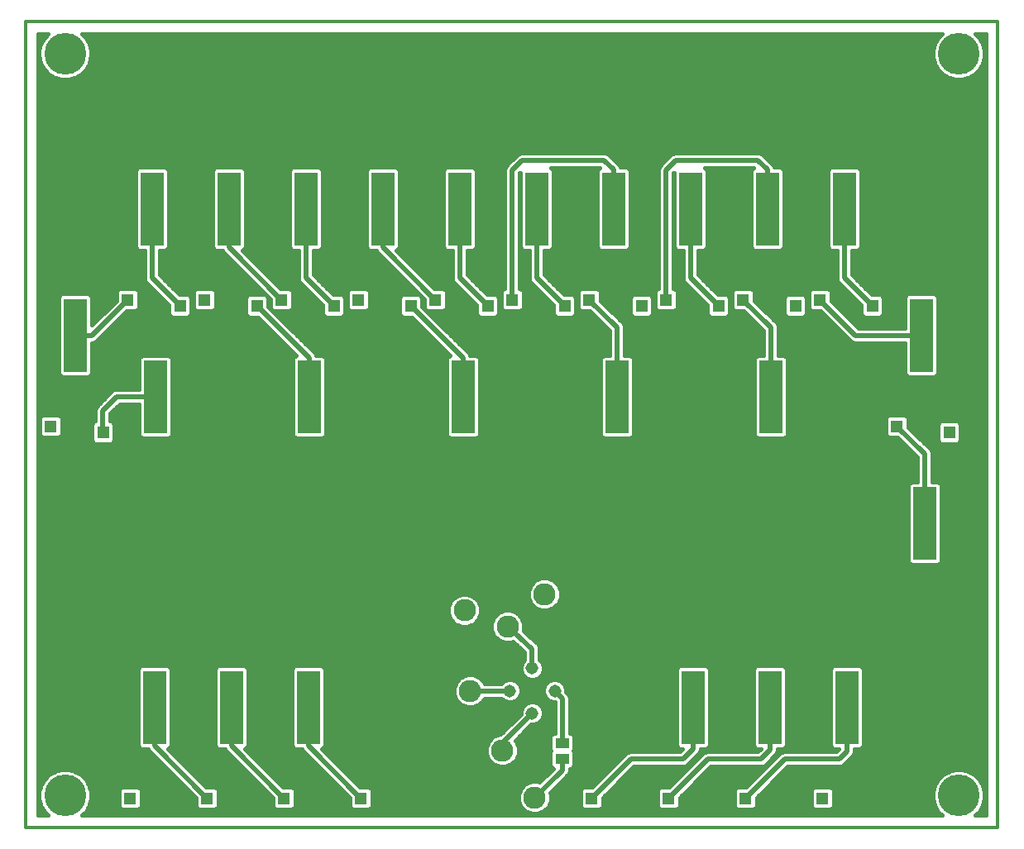
<source format=gtl>
G75*
%MOIN*%
%OFA0B0*%
%FSLAX25Y25*%
%IPPOS*%
%LPD*%
%AMOC8*
5,1,8,0,0,1.08239X$1,22.5*
%
%ADD10C,0.05150*%
%ADD11R,0.05709X0.03937*%
%ADD12R,0.09252X0.29528*%
%ADD13R,0.05150X0.05150*%
%ADD14C,0.09000*%
%ADD15C,0.16835*%
%ADD16C,0.02000*%
%ADD17C,0.01600*%
%ADD18C,0.05906*%
%ADD19C,0.01200*%
D10*
X0226825Y0096871D03*
X0235857Y0105898D03*
X0244888Y0096871D03*
X0235857Y0087843D03*
D11*
X0247926Y0075879D03*
X0247926Y0069422D03*
D12*
X0269627Y0090186D03*
X0300627Y0090186D03*
X0331627Y0090186D03*
X0362627Y0090186D03*
X0394068Y0164414D03*
X0363068Y0215414D03*
X0332068Y0215414D03*
X0301068Y0215414D03*
X0270068Y0215414D03*
X0239068Y0215414D03*
X0208068Y0215414D03*
X0177068Y0215414D03*
X0146068Y0215414D03*
X0115068Y0215414D03*
X0084068Y0215414D03*
X0051627Y0240186D03*
X0082627Y0291186D03*
X0113627Y0291186D03*
X0144627Y0291186D03*
X0175627Y0291186D03*
X0206627Y0291186D03*
X0237627Y0291186D03*
X0268627Y0291186D03*
X0299627Y0291186D03*
X0330627Y0291186D03*
X0361627Y0291186D03*
X0392627Y0240186D03*
X0176627Y0090186D03*
X0145627Y0090186D03*
X0114627Y0090186D03*
X0083627Y0090186D03*
X0053068Y0164414D03*
D13*
X0062910Y0201068D03*
X0041784Y0203532D03*
X0093910Y0252068D03*
X0103784Y0254532D03*
X0124910Y0252068D03*
X0134784Y0254532D03*
X0155910Y0252068D03*
X0165784Y0254532D03*
X0186910Y0252068D03*
X0196784Y0254532D03*
X0217910Y0252068D03*
X0227784Y0254532D03*
X0248910Y0252068D03*
X0258784Y0254532D03*
X0279910Y0252068D03*
X0289784Y0254532D03*
X0310910Y0252068D03*
X0320784Y0254532D03*
X0341910Y0252068D03*
X0351784Y0254532D03*
X0372910Y0252068D03*
X0382784Y0203532D03*
X0403910Y0201068D03*
X0352784Y0053532D03*
X0321784Y0053532D03*
X0290784Y0053532D03*
X0259784Y0053532D03*
X0166784Y0053532D03*
X0135784Y0053532D03*
X0104784Y0053532D03*
X0073784Y0053532D03*
X0072784Y0254532D03*
D14*
X0208548Y0129265D03*
X0225894Y0122769D03*
X0240769Y0135784D03*
X0210847Y0096800D03*
X0223847Y0072800D03*
X0236847Y0053800D03*
D15*
X0407784Y0054595D03*
X0407784Y0353808D03*
X0047548Y0353808D03*
X0047548Y0054595D03*
D16*
X0083627Y0074690D02*
X0104784Y0053532D01*
X0114627Y0074690D02*
X0135784Y0053532D01*
X0145627Y0074690D02*
X0166784Y0053532D01*
X0145627Y0074690D02*
X0145627Y0090186D01*
X0114627Y0090186D02*
X0114627Y0074690D01*
X0083627Y0074690D02*
X0083627Y0090186D01*
X0062910Y0201068D02*
X0062847Y0201131D01*
X0062847Y0209800D01*
X0068461Y0215414D01*
X0084068Y0215414D01*
X0058438Y0240186D02*
X0051627Y0240186D01*
X0058438Y0240186D02*
X0072784Y0254532D01*
X0082627Y0263351D02*
X0093910Y0252068D01*
X0082627Y0263351D02*
X0082627Y0291186D01*
X0113627Y0291186D02*
X0113627Y0275690D01*
X0134784Y0254532D01*
X0124910Y0252068D02*
X0146068Y0230910D01*
X0146068Y0215414D01*
X0155910Y0252068D02*
X0144627Y0263351D01*
X0144627Y0291186D01*
X0175627Y0291186D02*
X0175627Y0275690D01*
X0196784Y0254532D01*
X0186910Y0252068D02*
X0208068Y0230910D01*
X0208068Y0215414D01*
X0217910Y0252068D02*
X0206627Y0263351D01*
X0206627Y0291186D01*
X0227847Y0306800D02*
X0231847Y0310800D01*
X0264847Y0310800D01*
X0268627Y0307020D01*
X0268627Y0291186D01*
X0289847Y0306800D02*
X0289847Y0254595D01*
X0289784Y0254532D01*
X0299627Y0263351D02*
X0310910Y0252068D01*
X0320784Y0254532D02*
X0332068Y0243249D01*
X0332068Y0215414D01*
X0366131Y0240186D02*
X0351784Y0254532D01*
X0361627Y0263351D02*
X0372910Y0252068D01*
X0366131Y0240186D02*
X0392627Y0240186D01*
X0361627Y0263351D02*
X0361627Y0291186D01*
X0330627Y0291186D02*
X0330627Y0307020D01*
X0326847Y0310800D01*
X0293847Y0310800D01*
X0289847Y0306800D01*
X0299627Y0291186D02*
X0299627Y0263351D01*
X0270068Y0243249D02*
X0258784Y0254532D01*
X0248910Y0252068D02*
X0237627Y0263351D01*
X0237627Y0291186D01*
X0227847Y0306800D02*
X0227847Y0254595D01*
X0227784Y0254532D01*
X0270068Y0243249D02*
X0270068Y0215414D01*
X0225894Y0122769D02*
X0235857Y0113791D01*
X0235857Y0105898D01*
X0244888Y0096871D02*
X0247926Y0093833D01*
X0247926Y0075879D01*
X0247926Y0069422D02*
X0247926Y0064879D01*
X0236847Y0053800D01*
X0259784Y0053532D02*
X0275611Y0069359D01*
X0296564Y0069359D01*
X0300627Y0073422D01*
X0300627Y0090186D01*
X0306611Y0069359D02*
X0290784Y0053532D01*
X0306611Y0069359D02*
X0328060Y0069359D01*
X0331627Y0072926D01*
X0331627Y0090186D01*
X0337611Y0069359D02*
X0321784Y0053532D01*
X0337611Y0069359D02*
X0359556Y0069359D01*
X0362627Y0072430D01*
X0362627Y0090186D01*
X0394068Y0164414D02*
X0394068Y0192249D01*
X0382784Y0203532D01*
X0235857Y0087843D02*
X0223847Y0075834D01*
X0223847Y0072800D01*
X0226825Y0096871D02*
X0210918Y0096871D01*
X0210847Y0096800D01*
D17*
X0204866Y0099346D02*
X0152253Y0099346D01*
X0152253Y0097748D02*
X0204347Y0097748D01*
X0204347Y0098093D02*
X0204347Y0095507D01*
X0205337Y0093118D01*
X0207165Y0091290D01*
X0209554Y0090300D01*
X0212140Y0090300D01*
X0214529Y0091290D01*
X0216358Y0093118D01*
X0216670Y0093871D01*
X0223355Y0093871D01*
X0224234Y0092993D01*
X0225915Y0092296D01*
X0227735Y0092296D01*
X0229417Y0092993D01*
X0230704Y0094279D01*
X0231400Y0095961D01*
X0231400Y0097781D01*
X0230704Y0099462D01*
X0229417Y0100749D01*
X0227735Y0101446D01*
X0225915Y0101446D01*
X0224234Y0100749D01*
X0223355Y0099871D01*
X0216611Y0099871D01*
X0216358Y0100482D01*
X0214529Y0102310D01*
X0212140Y0103300D01*
X0209554Y0103300D01*
X0207165Y0102310D01*
X0205337Y0100482D01*
X0204347Y0098093D01*
X0204347Y0096149D02*
X0152253Y0096149D01*
X0152253Y0094551D02*
X0204743Y0094551D01*
X0205502Y0092952D02*
X0152253Y0092952D01*
X0152253Y0091354D02*
X0207101Y0091354D01*
X0214593Y0091354D02*
X0232897Y0091354D01*
X0233265Y0091722D02*
X0231978Y0090435D01*
X0231282Y0088753D01*
X0231282Y0087511D01*
X0223071Y0079300D01*
X0222554Y0079300D01*
X0220165Y0078310D01*
X0218337Y0076482D01*
X0217347Y0074093D01*
X0217347Y0071507D01*
X0218337Y0069118D01*
X0220165Y0067290D01*
X0222554Y0066300D01*
X0225140Y0066300D01*
X0227529Y0067290D01*
X0229358Y0069118D01*
X0230347Y0071507D01*
X0230347Y0074093D01*
X0229358Y0076482D01*
X0229048Y0076792D01*
X0235525Y0083269D01*
X0236767Y0083269D01*
X0238448Y0083965D01*
X0239735Y0085252D01*
X0240431Y0086933D01*
X0240431Y0088753D01*
X0239735Y0090435D01*
X0238448Y0091722D01*
X0236767Y0092418D01*
X0234947Y0092418D01*
X0233265Y0091722D01*
X0231697Y0089755D02*
X0152253Y0089755D01*
X0152253Y0088157D02*
X0231282Y0088157D01*
X0230329Y0086558D02*
X0152253Y0086558D01*
X0152253Y0084960D02*
X0228731Y0084960D01*
X0227132Y0083361D02*
X0152253Y0083361D01*
X0152253Y0081763D02*
X0225534Y0081763D01*
X0223935Y0080164D02*
X0152253Y0080164D01*
X0152253Y0078566D02*
X0220782Y0078566D01*
X0218822Y0076967D02*
X0152253Y0076967D01*
X0152253Y0075369D02*
X0217876Y0075369D01*
X0217347Y0073770D02*
X0151429Y0073770D01*
X0151109Y0073450D02*
X0152253Y0074594D01*
X0152253Y0105778D01*
X0151081Y0106950D01*
X0140172Y0106950D01*
X0139001Y0105778D01*
X0139001Y0074594D01*
X0140172Y0073422D01*
X0142905Y0073422D01*
X0143083Y0072990D01*
X0162209Y0053864D01*
X0162209Y0050129D01*
X0163381Y0048957D01*
X0170187Y0048957D01*
X0171359Y0050129D01*
X0171359Y0056936D01*
X0170187Y0058107D01*
X0166452Y0058107D01*
X0151109Y0073450D01*
X0152387Y0072172D02*
X0217347Y0072172D01*
X0217734Y0070573D02*
X0153986Y0070573D01*
X0155584Y0068975D02*
X0218480Y0068975D01*
X0220079Y0067376D02*
X0157183Y0067376D01*
X0158781Y0065778D02*
X0243919Y0065778D01*
X0244243Y0065454D02*
X0244258Y0065454D01*
X0238822Y0060018D01*
X0238140Y0060300D01*
X0235554Y0060300D01*
X0233165Y0059310D01*
X0231337Y0057482D01*
X0230347Y0055093D01*
X0230347Y0052507D01*
X0231337Y0050118D01*
X0233165Y0048290D01*
X0235554Y0047300D01*
X0238140Y0047300D01*
X0240529Y0048290D01*
X0242358Y0050118D01*
X0243347Y0052507D01*
X0243347Y0055093D01*
X0243065Y0055775D01*
X0250469Y0063179D01*
X0250926Y0064282D01*
X0250926Y0065454D01*
X0251609Y0065454D01*
X0252780Y0066625D01*
X0252780Y0072219D01*
X0252349Y0072650D01*
X0252780Y0073082D01*
X0252780Y0078676D01*
X0251609Y0079847D01*
X0250926Y0079847D01*
X0250926Y0094430D01*
X0250469Y0095532D01*
X0249463Y0096539D01*
X0249463Y0097781D01*
X0248767Y0099462D01*
X0247480Y0100749D01*
X0245798Y0101446D01*
X0243978Y0101446D01*
X0242297Y0100749D01*
X0241010Y0099462D01*
X0240313Y0097781D01*
X0240313Y0095961D01*
X0241010Y0094279D01*
X0242297Y0092993D01*
X0243978Y0092296D01*
X0244926Y0092296D01*
X0244926Y0079847D01*
X0244243Y0079847D01*
X0243072Y0078676D01*
X0243072Y0073082D01*
X0243503Y0072650D01*
X0243072Y0072219D01*
X0243072Y0066625D01*
X0244243Y0065454D01*
X0242984Y0064179D02*
X0160380Y0064179D01*
X0161979Y0062581D02*
X0241385Y0062581D01*
X0239787Y0060982D02*
X0163577Y0060982D01*
X0165176Y0059384D02*
X0233342Y0059384D01*
X0231640Y0057785D02*
X0170509Y0057785D01*
X0171359Y0056187D02*
X0230800Y0056187D01*
X0230347Y0054588D02*
X0171359Y0054588D01*
X0171359Y0052990D02*
X0230347Y0052990D01*
X0230809Y0051391D02*
X0171359Y0051391D01*
X0171023Y0049793D02*
X0231662Y0049793D01*
X0233396Y0048194D02*
X0055879Y0048194D01*
X0055884Y0048199D02*
X0057255Y0050574D01*
X0057965Y0053224D01*
X0057965Y0055967D01*
X0057255Y0058616D01*
X0055884Y0060992D01*
X0053944Y0062931D01*
X0051569Y0064303D01*
X0048920Y0065013D01*
X0046177Y0065013D01*
X0043527Y0064303D01*
X0041152Y0062931D01*
X0039212Y0060992D01*
X0037841Y0058616D01*
X0037131Y0055967D01*
X0037131Y0053224D01*
X0037841Y0050574D01*
X0039212Y0048199D01*
X0040811Y0046600D01*
X0036600Y0046600D01*
X0036600Y0361803D01*
X0040811Y0361803D01*
X0039212Y0360204D01*
X0037841Y0357829D01*
X0037131Y0355179D01*
X0037131Y0352436D01*
X0037841Y0349787D01*
X0039212Y0347411D01*
X0041152Y0345472D01*
X0043527Y0344100D01*
X0046177Y0343391D01*
X0048920Y0343391D01*
X0051569Y0344100D01*
X0053944Y0345472D01*
X0055884Y0347411D01*
X0057255Y0349787D01*
X0057965Y0352436D01*
X0057965Y0355179D01*
X0057255Y0357829D01*
X0055884Y0360204D01*
X0054285Y0361803D01*
X0401047Y0361803D01*
X0399448Y0360204D01*
X0398077Y0357829D01*
X0397367Y0355179D01*
X0397367Y0352436D01*
X0398077Y0349787D01*
X0399448Y0347411D01*
X0401388Y0345472D01*
X0403763Y0344100D01*
X0406413Y0343391D01*
X0409156Y0343391D01*
X0411805Y0344100D01*
X0414181Y0345472D01*
X0416120Y0347411D01*
X0417492Y0349787D01*
X0418202Y0352436D01*
X0418202Y0355179D01*
X0417492Y0357829D01*
X0416120Y0360204D01*
X0414521Y0361803D01*
X0418732Y0361803D01*
X0418732Y0046600D01*
X0414521Y0046600D01*
X0416120Y0048199D01*
X0417492Y0050574D01*
X0418202Y0053224D01*
X0418202Y0055967D01*
X0417492Y0058616D01*
X0416120Y0060992D01*
X0414181Y0062931D01*
X0411805Y0064303D01*
X0409156Y0065013D01*
X0406413Y0065013D01*
X0403763Y0064303D01*
X0401388Y0062931D01*
X0399448Y0060992D01*
X0398077Y0058616D01*
X0397367Y0055967D01*
X0397367Y0053224D01*
X0398077Y0050574D01*
X0399448Y0048199D01*
X0401047Y0046600D01*
X0054285Y0046600D01*
X0055884Y0048199D01*
X0056804Y0049793D02*
X0069546Y0049793D01*
X0069209Y0050129D02*
X0070381Y0048957D01*
X0077187Y0048957D01*
X0078359Y0050129D01*
X0078359Y0056936D01*
X0077187Y0058107D01*
X0070381Y0058107D01*
X0069209Y0056936D01*
X0069209Y0050129D01*
X0069209Y0051391D02*
X0057474Y0051391D01*
X0057903Y0052990D02*
X0069209Y0052990D01*
X0069209Y0054588D02*
X0057965Y0054588D01*
X0057906Y0056187D02*
X0069209Y0056187D01*
X0070059Y0057785D02*
X0057478Y0057785D01*
X0056812Y0059384D02*
X0094690Y0059384D01*
X0093092Y0060982D02*
X0055889Y0060982D01*
X0054295Y0062581D02*
X0091493Y0062581D01*
X0089895Y0064179D02*
X0051783Y0064179D01*
X0043313Y0064179D02*
X0036600Y0064179D01*
X0036600Y0062581D02*
X0040801Y0062581D01*
X0039207Y0060982D02*
X0036600Y0060982D01*
X0036600Y0059384D02*
X0038284Y0059384D01*
X0037618Y0057785D02*
X0036600Y0057785D01*
X0036600Y0056187D02*
X0037190Y0056187D01*
X0037131Y0054588D02*
X0036600Y0054588D01*
X0036600Y0052990D02*
X0037193Y0052990D01*
X0037622Y0051391D02*
X0036600Y0051391D01*
X0036600Y0049793D02*
X0038292Y0049793D01*
X0039217Y0048194D02*
X0036600Y0048194D01*
X0036600Y0065778D02*
X0088296Y0065778D01*
X0086698Y0067376D02*
X0036600Y0067376D01*
X0036600Y0068975D02*
X0085099Y0068975D01*
X0083501Y0070573D02*
X0036600Y0070573D01*
X0036600Y0072172D02*
X0081902Y0072172D01*
X0081083Y0072990D02*
X0100209Y0053864D01*
X0100209Y0050129D01*
X0101381Y0048957D01*
X0108187Y0048957D01*
X0109359Y0050129D01*
X0109359Y0056936D01*
X0108187Y0058107D01*
X0104452Y0058107D01*
X0089109Y0073450D01*
X0090253Y0074594D01*
X0090253Y0105778D01*
X0089081Y0106950D01*
X0078172Y0106950D01*
X0077001Y0105778D01*
X0077001Y0074594D01*
X0078172Y0073422D01*
X0080905Y0073422D01*
X0081083Y0072990D01*
X0077824Y0073770D02*
X0036600Y0073770D01*
X0036600Y0075369D02*
X0077001Y0075369D01*
X0077001Y0076967D02*
X0036600Y0076967D01*
X0036600Y0078566D02*
X0077001Y0078566D01*
X0077001Y0080164D02*
X0036600Y0080164D01*
X0036600Y0081763D02*
X0077001Y0081763D01*
X0077001Y0083361D02*
X0036600Y0083361D01*
X0036600Y0084960D02*
X0077001Y0084960D01*
X0077001Y0086558D02*
X0036600Y0086558D01*
X0036600Y0088157D02*
X0077001Y0088157D01*
X0077001Y0089755D02*
X0036600Y0089755D01*
X0036600Y0091354D02*
X0077001Y0091354D01*
X0077001Y0092952D02*
X0036600Y0092952D01*
X0036600Y0094551D02*
X0077001Y0094551D01*
X0077001Y0096149D02*
X0036600Y0096149D01*
X0036600Y0097748D02*
X0077001Y0097748D01*
X0077001Y0099346D02*
X0036600Y0099346D01*
X0036600Y0100945D02*
X0077001Y0100945D01*
X0077001Y0102543D02*
X0036600Y0102543D01*
X0036600Y0104142D02*
X0077001Y0104142D01*
X0077001Y0105740D02*
X0036600Y0105740D01*
X0036600Y0107339D02*
X0231502Y0107339D01*
X0231282Y0106808D02*
X0231282Y0104988D01*
X0231978Y0103307D01*
X0233265Y0102020D01*
X0234947Y0101324D01*
X0236767Y0101324D01*
X0238448Y0102020D01*
X0239735Y0103307D01*
X0240431Y0104988D01*
X0240431Y0106808D01*
X0239735Y0108490D01*
X0238857Y0109368D01*
X0238857Y0113274D01*
X0238884Y0113350D01*
X0238857Y0113868D01*
X0238857Y0114387D01*
X0238826Y0114462D01*
X0238822Y0114542D01*
X0238599Y0115010D01*
X0238400Y0115490D01*
X0238343Y0115547D01*
X0238308Y0115620D01*
X0237923Y0115967D01*
X0237556Y0116334D01*
X0237482Y0116365D01*
X0232236Y0121092D01*
X0232394Y0121476D01*
X0232394Y0124061D01*
X0231405Y0126450D01*
X0229576Y0128279D01*
X0227187Y0129268D01*
X0224602Y0129268D01*
X0222213Y0128279D01*
X0220384Y0126450D01*
X0219394Y0124061D01*
X0219394Y0121476D01*
X0220384Y0119087D01*
X0222213Y0117258D01*
X0224602Y0116269D01*
X0227187Y0116269D01*
X0228173Y0116677D01*
X0232857Y0112456D01*
X0232857Y0109368D01*
X0231978Y0108490D01*
X0231282Y0106808D01*
X0231282Y0105740D02*
X0152253Y0105740D01*
X0152253Y0104142D02*
X0231633Y0104142D01*
X0232742Y0102543D02*
X0213967Y0102543D01*
X0215895Y0100945D02*
X0224706Y0100945D01*
X0228944Y0100945D02*
X0242769Y0100945D01*
X0240962Y0099346D02*
X0230752Y0099346D01*
X0231400Y0097748D02*
X0240313Y0097748D01*
X0240313Y0096149D02*
X0231400Y0096149D01*
X0230816Y0094551D02*
X0240897Y0094551D01*
X0242394Y0092952D02*
X0229320Y0092952D01*
X0224331Y0092952D02*
X0216192Y0092952D01*
X0207728Y0102543D02*
X0152253Y0102543D01*
X0152253Y0100945D02*
X0205800Y0100945D01*
X0223004Y0116930D02*
X0036600Y0116930D01*
X0036600Y0115332D02*
X0229666Y0115332D01*
X0231439Y0113733D02*
X0036600Y0113733D01*
X0036600Y0112134D02*
X0232857Y0112134D01*
X0232857Y0110536D02*
X0036600Y0110536D01*
X0036600Y0108937D02*
X0232426Y0108937D01*
X0236854Y0116930D02*
X0418732Y0116930D01*
X0418732Y0115332D02*
X0238466Y0115332D01*
X0238864Y0113733D02*
X0418732Y0113733D01*
X0418732Y0112134D02*
X0238857Y0112134D01*
X0238857Y0110536D02*
X0418732Y0110536D01*
X0418732Y0108937D02*
X0239287Y0108937D01*
X0240212Y0107339D02*
X0418732Y0107339D01*
X0418732Y0105740D02*
X0369253Y0105740D01*
X0369253Y0105778D02*
X0368081Y0106950D01*
X0357172Y0106950D01*
X0356001Y0105778D01*
X0356001Y0074594D01*
X0357172Y0073422D01*
X0359376Y0073422D01*
X0358313Y0072359D01*
X0337014Y0072359D01*
X0335912Y0071902D01*
X0322116Y0058107D01*
X0318381Y0058107D01*
X0317209Y0056936D01*
X0317209Y0050129D01*
X0318381Y0048957D01*
X0325187Y0048957D01*
X0326359Y0050129D01*
X0326359Y0053864D01*
X0338854Y0066359D01*
X0360153Y0066359D01*
X0361255Y0066816D01*
X0362099Y0067660D01*
X0365170Y0070731D01*
X0365627Y0071833D01*
X0365627Y0073422D01*
X0368081Y0073422D01*
X0369253Y0074594D01*
X0369253Y0105778D01*
X0369253Y0104142D02*
X0418732Y0104142D01*
X0418732Y0102543D02*
X0369253Y0102543D01*
X0369253Y0100945D02*
X0418732Y0100945D01*
X0418732Y0099346D02*
X0369253Y0099346D01*
X0369253Y0097748D02*
X0418732Y0097748D01*
X0418732Y0096149D02*
X0369253Y0096149D01*
X0369253Y0094551D02*
X0418732Y0094551D01*
X0418732Y0092952D02*
X0369253Y0092952D01*
X0369253Y0091354D02*
X0418732Y0091354D01*
X0418732Y0089755D02*
X0369253Y0089755D01*
X0369253Y0088157D02*
X0418732Y0088157D01*
X0418732Y0086558D02*
X0369253Y0086558D01*
X0369253Y0084960D02*
X0418732Y0084960D01*
X0418732Y0083361D02*
X0369253Y0083361D01*
X0369253Y0081763D02*
X0418732Y0081763D01*
X0418732Y0080164D02*
X0369253Y0080164D01*
X0369253Y0078566D02*
X0418732Y0078566D01*
X0418732Y0076967D02*
X0369253Y0076967D01*
X0369253Y0075369D02*
X0418732Y0075369D01*
X0418732Y0073770D02*
X0368429Y0073770D01*
X0365627Y0072172D02*
X0418732Y0072172D01*
X0418732Y0070573D02*
X0365013Y0070573D01*
X0363414Y0068975D02*
X0418732Y0068975D01*
X0418732Y0067376D02*
X0361816Y0067376D01*
X0356824Y0073770D02*
X0337429Y0073770D01*
X0337081Y0073422D02*
X0338253Y0074594D01*
X0338253Y0105778D01*
X0337081Y0106950D01*
X0326172Y0106950D01*
X0325001Y0105778D01*
X0325001Y0074594D01*
X0326172Y0073422D01*
X0327880Y0073422D01*
X0326817Y0072359D01*
X0306014Y0072359D01*
X0304912Y0071902D01*
X0291116Y0058107D01*
X0287381Y0058107D01*
X0286209Y0056936D01*
X0286209Y0050129D01*
X0287381Y0048957D01*
X0294187Y0048957D01*
X0295359Y0050129D01*
X0295359Y0053864D01*
X0307854Y0066359D01*
X0328657Y0066359D01*
X0329759Y0066816D01*
X0330603Y0067660D01*
X0334170Y0071227D01*
X0334627Y0072329D01*
X0334627Y0073422D01*
X0337081Y0073422D01*
X0336562Y0072172D02*
X0334562Y0072172D01*
X0334583Y0070573D02*
X0333517Y0070573D01*
X0332984Y0068975D02*
X0331918Y0068975D01*
X0331386Y0067376D02*
X0330320Y0067376D01*
X0330603Y0067660D02*
X0330603Y0067660D01*
X0329787Y0065778D02*
X0307272Y0065778D01*
X0305674Y0064179D02*
X0328188Y0064179D01*
X0326590Y0062581D02*
X0304075Y0062581D01*
X0302477Y0060982D02*
X0324991Y0060982D01*
X0323393Y0059384D02*
X0300878Y0059384D01*
X0299280Y0057785D02*
X0318059Y0057785D01*
X0317209Y0056187D02*
X0297681Y0056187D01*
X0296083Y0054588D02*
X0317209Y0054588D01*
X0317209Y0052990D02*
X0295359Y0052990D01*
X0295359Y0051391D02*
X0317209Y0051391D01*
X0317546Y0049793D02*
X0295023Y0049793D01*
X0286546Y0049793D02*
X0264023Y0049793D01*
X0264359Y0050129D02*
X0264359Y0053864D01*
X0276854Y0066359D01*
X0297161Y0066359D01*
X0298263Y0066816D01*
X0299107Y0067660D01*
X0303170Y0071723D01*
X0303627Y0072825D01*
X0303627Y0073422D01*
X0306081Y0073422D01*
X0307253Y0074594D01*
X0307253Y0105778D01*
X0306081Y0106950D01*
X0295172Y0106950D01*
X0294001Y0105778D01*
X0294001Y0074594D01*
X0295172Y0073422D01*
X0296384Y0073422D01*
X0295321Y0072359D01*
X0275014Y0072359D01*
X0273912Y0071902D01*
X0273068Y0071058D01*
X0260116Y0058107D01*
X0256381Y0058107D01*
X0255209Y0056936D01*
X0255209Y0050129D01*
X0256381Y0048957D01*
X0263187Y0048957D01*
X0264359Y0050129D01*
X0264359Y0051391D02*
X0286209Y0051391D01*
X0286209Y0052990D02*
X0264359Y0052990D01*
X0265083Y0054588D02*
X0286209Y0054588D01*
X0286209Y0056187D02*
X0266681Y0056187D01*
X0268280Y0057785D02*
X0287059Y0057785D01*
X0292393Y0059384D02*
X0269878Y0059384D01*
X0271477Y0060982D02*
X0293991Y0060982D01*
X0295590Y0062581D02*
X0273075Y0062581D01*
X0274674Y0064179D02*
X0297188Y0064179D01*
X0298787Y0065778D02*
X0276272Y0065778D01*
X0272583Y0070573D02*
X0252780Y0070573D01*
X0252780Y0068975D02*
X0270984Y0068975D01*
X0269386Y0067376D02*
X0252780Y0067376D01*
X0251933Y0065778D02*
X0267787Y0065778D01*
X0266188Y0064179D02*
X0250883Y0064179D01*
X0249871Y0062581D02*
X0264590Y0062581D01*
X0262991Y0060982D02*
X0248272Y0060982D01*
X0246673Y0059384D02*
X0261393Y0059384D01*
X0256059Y0057785D02*
X0245075Y0057785D01*
X0243476Y0056187D02*
X0255209Y0056187D01*
X0255209Y0054588D02*
X0243347Y0054588D01*
X0243347Y0052990D02*
X0255209Y0052990D01*
X0255209Y0051391D02*
X0242885Y0051391D01*
X0242032Y0049793D02*
X0255546Y0049793D01*
X0240299Y0048194D02*
X0399453Y0048194D01*
X0398528Y0049793D02*
X0357023Y0049793D01*
X0357359Y0050129D02*
X0357359Y0056936D01*
X0356187Y0058107D01*
X0349381Y0058107D01*
X0348209Y0056936D01*
X0348209Y0050129D01*
X0349381Y0048957D01*
X0356187Y0048957D01*
X0357359Y0050129D01*
X0357359Y0051391D02*
X0397858Y0051391D01*
X0397430Y0052990D02*
X0357359Y0052990D01*
X0357359Y0054588D02*
X0397367Y0054588D01*
X0397426Y0056187D02*
X0357359Y0056187D01*
X0356509Y0057785D02*
X0397854Y0057785D01*
X0398520Y0059384D02*
X0331878Y0059384D01*
X0333477Y0060982D02*
X0399443Y0060982D01*
X0401037Y0062581D02*
X0335075Y0062581D01*
X0336674Y0064179D02*
X0403549Y0064179D01*
X0412019Y0064179D02*
X0418732Y0064179D01*
X0418732Y0062581D02*
X0414531Y0062581D01*
X0416126Y0060982D02*
X0418732Y0060982D01*
X0418732Y0059384D02*
X0417049Y0059384D01*
X0417714Y0057785D02*
X0418732Y0057785D01*
X0418732Y0056187D02*
X0418143Y0056187D01*
X0418202Y0054588D02*
X0418732Y0054588D01*
X0418732Y0052990D02*
X0418139Y0052990D01*
X0417710Y0051391D02*
X0418732Y0051391D01*
X0418732Y0049793D02*
X0417040Y0049793D01*
X0416115Y0048194D02*
X0418732Y0048194D01*
X0418732Y0065778D02*
X0338272Y0065778D01*
X0338253Y0075369D02*
X0356001Y0075369D01*
X0356001Y0076967D02*
X0338253Y0076967D01*
X0338253Y0078566D02*
X0356001Y0078566D01*
X0356001Y0080164D02*
X0338253Y0080164D01*
X0338253Y0081763D02*
X0356001Y0081763D01*
X0356001Y0083361D02*
X0338253Y0083361D01*
X0338253Y0084960D02*
X0356001Y0084960D01*
X0356001Y0086558D02*
X0338253Y0086558D01*
X0338253Y0088157D02*
X0356001Y0088157D01*
X0356001Y0089755D02*
X0338253Y0089755D01*
X0338253Y0091354D02*
X0356001Y0091354D01*
X0356001Y0092952D02*
X0338253Y0092952D01*
X0338253Y0094551D02*
X0356001Y0094551D01*
X0356001Y0096149D02*
X0338253Y0096149D01*
X0338253Y0097748D02*
X0356001Y0097748D01*
X0356001Y0099346D02*
X0338253Y0099346D01*
X0338253Y0100945D02*
X0356001Y0100945D01*
X0356001Y0102543D02*
X0338253Y0102543D01*
X0338253Y0104142D02*
X0356001Y0104142D01*
X0356001Y0105740D02*
X0338253Y0105740D01*
X0325001Y0105740D02*
X0307253Y0105740D01*
X0307253Y0104142D02*
X0325001Y0104142D01*
X0325001Y0102543D02*
X0307253Y0102543D01*
X0307253Y0100945D02*
X0325001Y0100945D01*
X0325001Y0099346D02*
X0307253Y0099346D01*
X0307253Y0097748D02*
X0325001Y0097748D01*
X0325001Y0096149D02*
X0307253Y0096149D01*
X0307253Y0094551D02*
X0325001Y0094551D01*
X0325001Y0092952D02*
X0307253Y0092952D01*
X0307253Y0091354D02*
X0325001Y0091354D01*
X0325001Y0089755D02*
X0307253Y0089755D01*
X0307253Y0088157D02*
X0325001Y0088157D01*
X0325001Y0086558D02*
X0307253Y0086558D01*
X0307253Y0084960D02*
X0325001Y0084960D01*
X0325001Y0083361D02*
X0307253Y0083361D01*
X0307253Y0081763D02*
X0325001Y0081763D01*
X0325001Y0080164D02*
X0307253Y0080164D01*
X0307253Y0078566D02*
X0325001Y0078566D01*
X0325001Y0076967D02*
X0307253Y0076967D01*
X0307253Y0075369D02*
X0325001Y0075369D01*
X0325824Y0073770D02*
X0306429Y0073770D01*
X0305562Y0072172D02*
X0303356Y0072172D01*
X0303583Y0070573D02*
X0302021Y0070573D01*
X0301984Y0068975D02*
X0300422Y0068975D01*
X0300386Y0067376D02*
X0298824Y0067376D01*
X0294824Y0073770D02*
X0252780Y0073770D01*
X0252780Y0072172D02*
X0274562Y0072172D01*
X0273068Y0071058D02*
X0273068Y0071058D01*
X0252780Y0075369D02*
X0294001Y0075369D01*
X0294001Y0076967D02*
X0252780Y0076967D01*
X0252780Y0078566D02*
X0294001Y0078566D01*
X0294001Y0080164D02*
X0250926Y0080164D01*
X0250926Y0081763D02*
X0294001Y0081763D01*
X0294001Y0083361D02*
X0250926Y0083361D01*
X0250926Y0084960D02*
X0294001Y0084960D01*
X0294001Y0086558D02*
X0250926Y0086558D01*
X0250926Y0088157D02*
X0294001Y0088157D01*
X0294001Y0089755D02*
X0250926Y0089755D01*
X0250926Y0091354D02*
X0294001Y0091354D01*
X0294001Y0092952D02*
X0250926Y0092952D01*
X0250876Y0094551D02*
X0294001Y0094551D01*
X0294001Y0096149D02*
X0249852Y0096149D01*
X0249463Y0097748D02*
X0294001Y0097748D01*
X0294001Y0099346D02*
X0248815Y0099346D01*
X0247007Y0100945D02*
X0294001Y0100945D01*
X0294001Y0102543D02*
X0238971Y0102543D01*
X0240081Y0104142D02*
X0294001Y0104142D01*
X0294001Y0105740D02*
X0240431Y0105740D01*
X0235080Y0118529D02*
X0418732Y0118529D01*
X0418732Y0120127D02*
X0233307Y0120127D01*
X0232394Y0121726D02*
X0418732Y0121726D01*
X0418732Y0123324D02*
X0232394Y0123324D01*
X0232038Y0124923D02*
X0418732Y0124923D01*
X0418732Y0126521D02*
X0231334Y0126521D01*
X0229736Y0128120D02*
X0418732Y0128120D01*
X0418732Y0129718D02*
X0243109Y0129718D01*
X0242061Y0129284D02*
X0244450Y0130274D01*
X0246279Y0132102D01*
X0247268Y0134491D01*
X0247268Y0137077D01*
X0246279Y0139466D01*
X0244450Y0141295D01*
X0242061Y0142284D01*
X0239476Y0142284D01*
X0237087Y0141295D01*
X0235258Y0139466D01*
X0234269Y0137077D01*
X0234269Y0134491D01*
X0235258Y0132102D01*
X0237087Y0130274D01*
X0239476Y0129284D01*
X0242061Y0129284D01*
X0238428Y0129718D02*
X0215048Y0129718D01*
X0215048Y0130557D02*
X0214058Y0132947D01*
X0212230Y0134775D01*
X0209841Y0135765D01*
X0207255Y0135765D01*
X0204866Y0134775D01*
X0203038Y0132947D01*
X0202048Y0130557D01*
X0202048Y0127972D01*
X0203038Y0125583D01*
X0204866Y0123754D01*
X0207255Y0122765D01*
X0209841Y0122765D01*
X0212230Y0123754D01*
X0214058Y0125583D01*
X0215048Y0127972D01*
X0215048Y0130557D01*
X0214734Y0131317D02*
X0236044Y0131317D01*
X0234921Y0132915D02*
X0214071Y0132915D01*
X0212491Y0134514D02*
X0234269Y0134514D01*
X0234269Y0136112D02*
X0036600Y0136112D01*
X0036600Y0134514D02*
X0204605Y0134514D01*
X0203025Y0132915D02*
X0036600Y0132915D01*
X0036600Y0131317D02*
X0202362Y0131317D01*
X0202048Y0129718D02*
X0036600Y0129718D01*
X0036600Y0128120D02*
X0202048Y0128120D01*
X0202649Y0126521D02*
X0036600Y0126521D01*
X0036600Y0124923D02*
X0203698Y0124923D01*
X0205904Y0123324D02*
X0036600Y0123324D01*
X0036600Y0121726D02*
X0219394Y0121726D01*
X0219394Y0123324D02*
X0211192Y0123324D01*
X0213398Y0124923D02*
X0219751Y0124923D01*
X0220455Y0126521D02*
X0214447Y0126521D01*
X0215048Y0128120D02*
X0222053Y0128120D01*
X0219953Y0120127D02*
X0036600Y0120127D01*
X0036600Y0118529D02*
X0220942Y0118529D01*
X0234531Y0137711D02*
X0036600Y0137711D01*
X0036600Y0139309D02*
X0235193Y0139309D01*
X0236700Y0140908D02*
X0036600Y0140908D01*
X0036600Y0142506D02*
X0418732Y0142506D01*
X0418732Y0140908D02*
X0244837Y0140908D01*
X0246344Y0139309D02*
X0418732Y0139309D01*
X0418732Y0137711D02*
X0247006Y0137711D01*
X0247268Y0136112D02*
X0418732Y0136112D01*
X0418732Y0134514D02*
X0247268Y0134514D01*
X0246616Y0132915D02*
X0418732Y0132915D01*
X0418732Y0131317D02*
X0245493Y0131317D01*
X0244926Y0091354D02*
X0238816Y0091354D01*
X0240016Y0089755D02*
X0244926Y0089755D01*
X0244926Y0088157D02*
X0240431Y0088157D01*
X0240276Y0086558D02*
X0244926Y0086558D01*
X0244926Y0084960D02*
X0239443Y0084960D01*
X0236991Y0083361D02*
X0244926Y0083361D01*
X0244926Y0081763D02*
X0234019Y0081763D01*
X0232420Y0080164D02*
X0244926Y0080164D01*
X0243072Y0078566D02*
X0230822Y0078566D01*
X0229223Y0076967D02*
X0243072Y0076967D01*
X0243072Y0075369D02*
X0229819Y0075369D01*
X0230347Y0073770D02*
X0243072Y0073770D01*
X0243072Y0072172D02*
X0230347Y0072172D01*
X0229960Y0070573D02*
X0243072Y0070573D01*
X0243072Y0068975D02*
X0229214Y0068975D01*
X0227616Y0067376D02*
X0243072Y0067376D01*
X0162209Y0052990D02*
X0140359Y0052990D01*
X0140359Y0054588D02*
X0161486Y0054588D01*
X0159887Y0056187D02*
X0140359Y0056187D01*
X0140359Y0056936D02*
X0140359Y0050129D01*
X0139187Y0048957D01*
X0132381Y0048957D01*
X0131209Y0050129D01*
X0131209Y0053864D01*
X0112083Y0072990D01*
X0111905Y0073422D01*
X0109172Y0073422D01*
X0108001Y0074594D01*
X0108001Y0105778D01*
X0109172Y0106950D01*
X0120081Y0106950D01*
X0121253Y0105778D01*
X0121253Y0074594D01*
X0120109Y0073450D01*
X0135452Y0058107D01*
X0139187Y0058107D01*
X0140359Y0056936D01*
X0139509Y0057785D02*
X0158289Y0057785D01*
X0156690Y0059384D02*
X0134176Y0059384D01*
X0132577Y0060982D02*
X0155092Y0060982D01*
X0153493Y0062581D02*
X0130979Y0062581D01*
X0129380Y0064179D02*
X0151895Y0064179D01*
X0150296Y0065778D02*
X0127781Y0065778D01*
X0126183Y0067376D02*
X0148698Y0067376D01*
X0147099Y0068975D02*
X0124584Y0068975D01*
X0122986Y0070573D02*
X0145501Y0070573D01*
X0143902Y0072172D02*
X0121387Y0072172D01*
X0120429Y0073770D02*
X0139824Y0073770D01*
X0139001Y0075369D02*
X0121253Y0075369D01*
X0121253Y0076967D02*
X0139001Y0076967D01*
X0139001Y0078566D02*
X0121253Y0078566D01*
X0121253Y0080164D02*
X0139001Y0080164D01*
X0139001Y0081763D02*
X0121253Y0081763D01*
X0121253Y0083361D02*
X0139001Y0083361D01*
X0139001Y0084960D02*
X0121253Y0084960D01*
X0121253Y0086558D02*
X0139001Y0086558D01*
X0139001Y0088157D02*
X0121253Y0088157D01*
X0121253Y0089755D02*
X0139001Y0089755D01*
X0139001Y0091354D02*
X0121253Y0091354D01*
X0121253Y0092952D02*
X0139001Y0092952D01*
X0139001Y0094551D02*
X0121253Y0094551D01*
X0121253Y0096149D02*
X0139001Y0096149D01*
X0139001Y0097748D02*
X0121253Y0097748D01*
X0121253Y0099346D02*
X0139001Y0099346D01*
X0139001Y0100945D02*
X0121253Y0100945D01*
X0121253Y0102543D02*
X0139001Y0102543D01*
X0139001Y0104142D02*
X0121253Y0104142D01*
X0121253Y0105740D02*
X0139001Y0105740D01*
X0108001Y0105740D02*
X0090253Y0105740D01*
X0090253Y0104142D02*
X0108001Y0104142D01*
X0108001Y0102543D02*
X0090253Y0102543D01*
X0090253Y0100945D02*
X0108001Y0100945D01*
X0108001Y0099346D02*
X0090253Y0099346D01*
X0090253Y0097748D02*
X0108001Y0097748D01*
X0108001Y0096149D02*
X0090253Y0096149D01*
X0090253Y0094551D02*
X0108001Y0094551D01*
X0108001Y0092952D02*
X0090253Y0092952D01*
X0090253Y0091354D02*
X0108001Y0091354D01*
X0108001Y0089755D02*
X0090253Y0089755D01*
X0090253Y0088157D02*
X0108001Y0088157D01*
X0108001Y0086558D02*
X0090253Y0086558D01*
X0090253Y0084960D02*
X0108001Y0084960D01*
X0108001Y0083361D02*
X0090253Y0083361D01*
X0090253Y0081763D02*
X0108001Y0081763D01*
X0108001Y0080164D02*
X0090253Y0080164D01*
X0090253Y0078566D02*
X0108001Y0078566D01*
X0108001Y0076967D02*
X0090253Y0076967D01*
X0090253Y0075369D02*
X0108001Y0075369D01*
X0108824Y0073770D02*
X0089429Y0073770D01*
X0090387Y0072172D02*
X0112902Y0072172D01*
X0114501Y0070573D02*
X0091986Y0070573D01*
X0093584Y0068975D02*
X0116099Y0068975D01*
X0117698Y0067376D02*
X0095183Y0067376D01*
X0096781Y0065778D02*
X0119296Y0065778D01*
X0120895Y0064179D02*
X0098380Y0064179D01*
X0099979Y0062581D02*
X0122493Y0062581D01*
X0124092Y0060982D02*
X0101577Y0060982D01*
X0103176Y0059384D02*
X0125690Y0059384D01*
X0127289Y0057785D02*
X0108509Y0057785D01*
X0109359Y0056187D02*
X0128887Y0056187D01*
X0130486Y0054588D02*
X0109359Y0054588D01*
X0109359Y0052990D02*
X0131209Y0052990D01*
X0131209Y0051391D02*
X0109359Y0051391D01*
X0109023Y0049793D02*
X0131546Y0049793D01*
X0140023Y0049793D02*
X0162546Y0049793D01*
X0162209Y0051391D02*
X0140359Y0051391D01*
X0100546Y0049793D02*
X0078023Y0049793D01*
X0078359Y0051391D02*
X0100209Y0051391D01*
X0100209Y0052990D02*
X0078359Y0052990D01*
X0078359Y0054588D02*
X0099486Y0054588D01*
X0097887Y0056187D02*
X0078359Y0056187D01*
X0077509Y0057785D02*
X0096289Y0057785D01*
X0036600Y0144105D02*
X0418732Y0144105D01*
X0418732Y0145703D02*
X0036600Y0145703D01*
X0036600Y0147302D02*
X0418732Y0147302D01*
X0418732Y0148900D02*
X0400694Y0148900D01*
X0400694Y0148822D02*
X0400694Y0180006D01*
X0399522Y0181178D01*
X0397068Y0181178D01*
X0397068Y0192846D01*
X0396611Y0193948D01*
X0387359Y0203200D01*
X0387359Y0206936D01*
X0386187Y0208107D01*
X0379381Y0208107D01*
X0378209Y0206936D01*
X0378209Y0200129D01*
X0379381Y0198957D01*
X0383116Y0198957D01*
X0391068Y0191006D01*
X0391068Y0181178D01*
X0388613Y0181178D01*
X0387442Y0180006D01*
X0387442Y0148822D01*
X0388613Y0147650D01*
X0399522Y0147650D01*
X0400694Y0148822D01*
X0400694Y0150499D02*
X0418732Y0150499D01*
X0418732Y0152097D02*
X0400694Y0152097D01*
X0400694Y0153696D02*
X0418732Y0153696D01*
X0418732Y0155294D02*
X0400694Y0155294D01*
X0400694Y0156893D02*
X0418732Y0156893D01*
X0418732Y0158491D02*
X0400694Y0158491D01*
X0400694Y0160090D02*
X0418732Y0160090D01*
X0418732Y0161688D02*
X0400694Y0161688D01*
X0400694Y0163287D02*
X0418732Y0163287D01*
X0418732Y0164885D02*
X0400694Y0164885D01*
X0400694Y0166484D02*
X0418732Y0166484D01*
X0418732Y0168082D02*
X0400694Y0168082D01*
X0400694Y0169681D02*
X0418732Y0169681D01*
X0418732Y0171279D02*
X0400694Y0171279D01*
X0400694Y0172878D02*
X0418732Y0172878D01*
X0418732Y0174476D02*
X0400694Y0174476D01*
X0400694Y0176075D02*
X0418732Y0176075D01*
X0418732Y0177673D02*
X0400694Y0177673D01*
X0400694Y0179272D02*
X0418732Y0179272D01*
X0418732Y0180870D02*
X0399830Y0180870D01*
X0397068Y0182469D02*
X0418732Y0182469D01*
X0418732Y0184068D02*
X0397068Y0184068D01*
X0397068Y0185666D02*
X0418732Y0185666D01*
X0418732Y0187265D02*
X0397068Y0187265D01*
X0397068Y0188863D02*
X0418732Y0188863D01*
X0418732Y0190462D02*
X0397068Y0190462D01*
X0397068Y0192060D02*
X0418732Y0192060D01*
X0418732Y0193659D02*
X0396731Y0193659D01*
X0395302Y0195257D02*
X0418732Y0195257D01*
X0418732Y0196856D02*
X0407676Y0196856D01*
X0407313Y0196493D02*
X0408485Y0197664D01*
X0408485Y0204471D01*
X0407313Y0205643D01*
X0400507Y0205643D01*
X0399335Y0204471D01*
X0399335Y0197664D01*
X0400507Y0196493D01*
X0407313Y0196493D01*
X0408485Y0198454D02*
X0418732Y0198454D01*
X0418732Y0200053D02*
X0408485Y0200053D01*
X0408485Y0201651D02*
X0418732Y0201651D01*
X0418732Y0203250D02*
X0408485Y0203250D01*
X0408108Y0204848D02*
X0418732Y0204848D01*
X0418732Y0206447D02*
X0387359Y0206447D01*
X0387359Y0204848D02*
X0399713Y0204848D01*
X0399335Y0203250D02*
X0387359Y0203250D01*
X0388908Y0201651D02*
X0399335Y0201651D01*
X0399335Y0200053D02*
X0390507Y0200053D01*
X0392105Y0198454D02*
X0399335Y0198454D01*
X0400144Y0196856D02*
X0393704Y0196856D01*
X0388415Y0193659D02*
X0036600Y0193659D01*
X0036600Y0195257D02*
X0386817Y0195257D01*
X0385218Y0196856D02*
X0066676Y0196856D01*
X0066313Y0196493D02*
X0067485Y0197664D01*
X0067485Y0204471D01*
X0066313Y0205643D01*
X0065847Y0205643D01*
X0065847Y0208557D01*
X0069704Y0212414D01*
X0077442Y0212414D01*
X0077442Y0199822D01*
X0078613Y0198650D01*
X0089522Y0198650D01*
X0090694Y0199822D01*
X0090694Y0231006D01*
X0089522Y0232178D01*
X0078613Y0232178D01*
X0077442Y0231006D01*
X0077442Y0218414D01*
X0067865Y0218414D01*
X0066762Y0217957D01*
X0061148Y0212343D01*
X0060304Y0211499D01*
X0059847Y0210397D01*
X0059847Y0205643D01*
X0059507Y0205643D01*
X0058335Y0204471D01*
X0058335Y0197664D01*
X0059507Y0196493D01*
X0066313Y0196493D01*
X0067485Y0198454D02*
X0383620Y0198454D01*
X0378286Y0200053D02*
X0338694Y0200053D01*
X0338694Y0199822D02*
X0338694Y0231006D01*
X0337522Y0232178D01*
X0335068Y0232178D01*
X0335068Y0243846D01*
X0334611Y0244948D01*
X0325359Y0254200D01*
X0325359Y0257936D01*
X0324187Y0259107D01*
X0317381Y0259107D01*
X0316209Y0257936D01*
X0316209Y0251129D01*
X0317381Y0249957D01*
X0321116Y0249957D01*
X0329068Y0242006D01*
X0329068Y0232178D01*
X0326613Y0232178D01*
X0325442Y0231006D01*
X0325442Y0199822D01*
X0326613Y0198650D01*
X0337522Y0198650D01*
X0338694Y0199822D01*
X0338694Y0201651D02*
X0378209Y0201651D01*
X0378209Y0203250D02*
X0338694Y0203250D01*
X0338694Y0204848D02*
X0378209Y0204848D01*
X0378209Y0206447D02*
X0338694Y0206447D01*
X0338694Y0208045D02*
X0379319Y0208045D01*
X0386249Y0208045D02*
X0418732Y0208045D01*
X0418732Y0209644D02*
X0338694Y0209644D01*
X0338694Y0211242D02*
X0418732Y0211242D01*
X0418732Y0212841D02*
X0338694Y0212841D01*
X0338694Y0214439D02*
X0418732Y0214439D01*
X0418732Y0216038D02*
X0338694Y0216038D01*
X0338694Y0217636D02*
X0418732Y0217636D01*
X0418732Y0219235D02*
X0338694Y0219235D01*
X0338694Y0220833D02*
X0418732Y0220833D01*
X0418732Y0222432D02*
X0338694Y0222432D01*
X0338694Y0224030D02*
X0386564Y0224030D01*
X0386001Y0224594D02*
X0387172Y0223422D01*
X0398081Y0223422D01*
X0399253Y0224594D01*
X0399253Y0255778D01*
X0398081Y0256950D01*
X0387172Y0256950D01*
X0386001Y0255778D01*
X0386001Y0243186D01*
X0367373Y0243186D01*
X0356359Y0254200D01*
X0356359Y0257936D01*
X0355187Y0259107D01*
X0348381Y0259107D01*
X0347209Y0257936D01*
X0347209Y0251129D01*
X0348381Y0249957D01*
X0352116Y0249957D01*
X0364431Y0237643D01*
X0365534Y0237186D01*
X0386001Y0237186D01*
X0386001Y0224594D01*
X0386001Y0225629D02*
X0338694Y0225629D01*
X0338694Y0227227D02*
X0386001Y0227227D01*
X0386001Y0228826D02*
X0338694Y0228826D01*
X0338694Y0230424D02*
X0386001Y0230424D01*
X0386001Y0232023D02*
X0337677Y0232023D01*
X0335068Y0233621D02*
X0386001Y0233621D01*
X0386001Y0235220D02*
X0335068Y0235220D01*
X0335068Y0236818D02*
X0386001Y0236818D01*
X0386001Y0243212D02*
X0367347Y0243212D01*
X0365748Y0244811D02*
X0386001Y0244811D01*
X0386001Y0246409D02*
X0364150Y0246409D01*
X0362551Y0248008D02*
X0368992Y0248008D01*
X0369507Y0247493D02*
X0376313Y0247493D01*
X0377485Y0248664D01*
X0377485Y0255471D01*
X0376313Y0256643D01*
X0372578Y0256643D01*
X0364627Y0264594D01*
X0364627Y0274422D01*
X0367081Y0274422D01*
X0368253Y0275594D01*
X0368253Y0306778D01*
X0367081Y0307950D01*
X0356172Y0307950D01*
X0355001Y0306778D01*
X0355001Y0275594D01*
X0356172Y0274422D01*
X0358627Y0274422D01*
X0358627Y0262754D01*
X0359083Y0261652D01*
X0368335Y0252400D01*
X0368335Y0248664D01*
X0369507Y0247493D01*
X0368335Y0249606D02*
X0360953Y0249606D01*
X0359354Y0251205D02*
X0368335Y0251205D01*
X0367932Y0252803D02*
X0357756Y0252803D01*
X0356359Y0254402D02*
X0366333Y0254402D01*
X0364735Y0256001D02*
X0356359Y0256001D01*
X0356359Y0257599D02*
X0363136Y0257599D01*
X0361538Y0259198D02*
X0308023Y0259198D01*
X0306425Y0260796D02*
X0359939Y0260796D01*
X0358776Y0262395D02*
X0304826Y0262395D01*
X0303228Y0263993D02*
X0358627Y0263993D01*
X0358627Y0265592D02*
X0302627Y0265592D01*
X0302627Y0264594D02*
X0302627Y0274422D01*
X0305081Y0274422D01*
X0306253Y0275594D01*
X0306253Y0306778D01*
X0305231Y0307800D01*
X0325023Y0307800D01*
X0324001Y0306778D01*
X0324001Y0275594D01*
X0325172Y0274422D01*
X0336081Y0274422D01*
X0337253Y0275594D01*
X0337253Y0306778D01*
X0336081Y0307950D01*
X0333489Y0307950D01*
X0333170Y0308720D01*
X0329391Y0312499D01*
X0328547Y0313343D01*
X0327444Y0313800D01*
X0293250Y0313800D01*
X0292148Y0313343D01*
X0288148Y0309343D01*
X0287304Y0308499D01*
X0286847Y0307397D01*
X0286847Y0259107D01*
X0286381Y0259107D01*
X0285209Y0257936D01*
X0285209Y0251129D01*
X0286381Y0249957D01*
X0293187Y0249957D01*
X0294359Y0251129D01*
X0294359Y0257936D01*
X0293187Y0259107D01*
X0292847Y0259107D01*
X0292847Y0305557D01*
X0293001Y0305711D01*
X0293001Y0275594D01*
X0294172Y0274422D01*
X0296627Y0274422D01*
X0296627Y0262754D01*
X0297083Y0261652D01*
X0306335Y0252400D01*
X0306335Y0248664D01*
X0307507Y0247493D01*
X0314313Y0247493D01*
X0315485Y0248664D01*
X0315485Y0255471D01*
X0314313Y0256643D01*
X0310578Y0256643D01*
X0302627Y0264594D01*
X0302627Y0267190D02*
X0358627Y0267190D01*
X0358627Y0268789D02*
X0302627Y0268789D01*
X0302627Y0270387D02*
X0358627Y0270387D01*
X0358627Y0271986D02*
X0302627Y0271986D01*
X0302627Y0273584D02*
X0358627Y0273584D01*
X0355412Y0275183D02*
X0336842Y0275183D01*
X0337253Y0276781D02*
X0355001Y0276781D01*
X0355001Y0278380D02*
X0337253Y0278380D01*
X0337253Y0279978D02*
X0355001Y0279978D01*
X0355001Y0281577D02*
X0337253Y0281577D01*
X0337253Y0283175D02*
X0355001Y0283175D01*
X0355001Y0284774D02*
X0337253Y0284774D01*
X0337253Y0286372D02*
X0355001Y0286372D01*
X0355001Y0287971D02*
X0337253Y0287971D01*
X0337253Y0289569D02*
X0355001Y0289569D01*
X0355001Y0291168D02*
X0337253Y0291168D01*
X0337253Y0292766D02*
X0355001Y0292766D01*
X0355001Y0294365D02*
X0337253Y0294365D01*
X0337253Y0295963D02*
X0355001Y0295963D01*
X0355001Y0297562D02*
X0337253Y0297562D01*
X0337253Y0299160D02*
X0355001Y0299160D01*
X0355001Y0300759D02*
X0337253Y0300759D01*
X0337253Y0302357D02*
X0355001Y0302357D01*
X0355001Y0303956D02*
X0337253Y0303956D01*
X0337253Y0305554D02*
X0355001Y0305554D01*
X0355376Y0307153D02*
X0336878Y0307153D01*
X0333138Y0308751D02*
X0418732Y0308751D01*
X0418732Y0307153D02*
X0367878Y0307153D01*
X0368253Y0305554D02*
X0418732Y0305554D01*
X0418732Y0303956D02*
X0368253Y0303956D01*
X0368253Y0302357D02*
X0418732Y0302357D01*
X0418732Y0300759D02*
X0368253Y0300759D01*
X0368253Y0299160D02*
X0418732Y0299160D01*
X0418732Y0297562D02*
X0368253Y0297562D01*
X0368253Y0295963D02*
X0418732Y0295963D01*
X0418732Y0294365D02*
X0368253Y0294365D01*
X0368253Y0292766D02*
X0418732Y0292766D01*
X0418732Y0291168D02*
X0368253Y0291168D01*
X0368253Y0289569D02*
X0418732Y0289569D01*
X0418732Y0287971D02*
X0368253Y0287971D01*
X0368253Y0286372D02*
X0418732Y0286372D01*
X0418732Y0284774D02*
X0368253Y0284774D01*
X0368253Y0283175D02*
X0418732Y0283175D01*
X0418732Y0281577D02*
X0368253Y0281577D01*
X0368253Y0279978D02*
X0418732Y0279978D01*
X0418732Y0278380D02*
X0368253Y0278380D01*
X0368253Y0276781D02*
X0418732Y0276781D01*
X0418732Y0275183D02*
X0367842Y0275183D01*
X0364627Y0273584D02*
X0418732Y0273584D01*
X0418732Y0271986D02*
X0364627Y0271986D01*
X0364627Y0270387D02*
X0418732Y0270387D01*
X0418732Y0268789D02*
X0364627Y0268789D01*
X0364627Y0267190D02*
X0418732Y0267190D01*
X0418732Y0265592D02*
X0364627Y0265592D01*
X0365228Y0263993D02*
X0418732Y0263993D01*
X0418732Y0262395D02*
X0366826Y0262395D01*
X0368425Y0260796D02*
X0418732Y0260796D01*
X0418732Y0259198D02*
X0370023Y0259198D01*
X0371622Y0257599D02*
X0418732Y0257599D01*
X0418732Y0256001D02*
X0399030Y0256001D01*
X0399253Y0254402D02*
X0418732Y0254402D01*
X0418732Y0252803D02*
X0399253Y0252803D01*
X0399253Y0251205D02*
X0418732Y0251205D01*
X0418732Y0249606D02*
X0399253Y0249606D01*
X0399253Y0248008D02*
X0418732Y0248008D01*
X0418732Y0246409D02*
X0399253Y0246409D01*
X0399253Y0244811D02*
X0418732Y0244811D01*
X0418732Y0243212D02*
X0399253Y0243212D01*
X0399253Y0241614D02*
X0418732Y0241614D01*
X0418732Y0240015D02*
X0399253Y0240015D01*
X0399253Y0238417D02*
X0418732Y0238417D01*
X0418732Y0236818D02*
X0399253Y0236818D01*
X0399253Y0235220D02*
X0418732Y0235220D01*
X0418732Y0233621D02*
X0399253Y0233621D01*
X0399253Y0232023D02*
X0418732Y0232023D01*
X0418732Y0230424D02*
X0399253Y0230424D01*
X0399253Y0228826D02*
X0418732Y0228826D01*
X0418732Y0227227D02*
X0399253Y0227227D01*
X0399253Y0225629D02*
X0418732Y0225629D01*
X0418732Y0224030D02*
X0398689Y0224030D01*
X0386001Y0248008D02*
X0376829Y0248008D01*
X0377485Y0249606D02*
X0386001Y0249606D01*
X0386001Y0251205D02*
X0377485Y0251205D01*
X0377485Y0252803D02*
X0386001Y0252803D01*
X0386001Y0254402D02*
X0377485Y0254402D01*
X0376955Y0256001D02*
X0386223Y0256001D01*
X0363657Y0238417D02*
X0335068Y0238417D01*
X0335068Y0240015D02*
X0362058Y0240015D01*
X0360460Y0241614D02*
X0335068Y0241614D01*
X0335068Y0243212D02*
X0358861Y0243212D01*
X0357263Y0244811D02*
X0334668Y0244811D01*
X0333150Y0246409D02*
X0355664Y0246409D01*
X0354066Y0248008D02*
X0345829Y0248008D01*
X0345313Y0247493D02*
X0346485Y0248664D01*
X0346485Y0255471D01*
X0345313Y0256643D01*
X0338507Y0256643D01*
X0337335Y0255471D01*
X0337335Y0248664D01*
X0338507Y0247493D01*
X0345313Y0247493D01*
X0346485Y0249606D02*
X0352467Y0249606D01*
X0347209Y0251205D02*
X0346485Y0251205D01*
X0346485Y0252803D02*
X0347209Y0252803D01*
X0347209Y0254402D02*
X0346485Y0254402D01*
X0345955Y0256001D02*
X0347209Y0256001D01*
X0347209Y0257599D02*
X0325359Y0257599D01*
X0325359Y0256001D02*
X0337865Y0256001D01*
X0337335Y0254402D02*
X0325359Y0254402D01*
X0326756Y0252803D02*
X0337335Y0252803D01*
X0337335Y0251205D02*
X0328354Y0251205D01*
X0329953Y0249606D02*
X0337335Y0249606D01*
X0337992Y0248008D02*
X0331551Y0248008D01*
X0327861Y0243212D02*
X0273068Y0243212D01*
X0273068Y0243846D02*
X0272611Y0244948D01*
X0263359Y0254200D01*
X0263359Y0257936D01*
X0262187Y0259107D01*
X0255381Y0259107D01*
X0254209Y0257936D01*
X0254209Y0251129D01*
X0255381Y0249957D01*
X0259116Y0249957D01*
X0267068Y0242006D01*
X0267068Y0232178D01*
X0264613Y0232178D01*
X0263442Y0231006D01*
X0263442Y0199822D01*
X0264613Y0198650D01*
X0275522Y0198650D01*
X0276694Y0199822D01*
X0276694Y0231006D01*
X0275522Y0232178D01*
X0273068Y0232178D01*
X0273068Y0243846D01*
X0272668Y0244811D02*
X0326263Y0244811D01*
X0324664Y0246409D02*
X0271150Y0246409D01*
X0269551Y0248008D02*
X0275992Y0248008D01*
X0276507Y0247493D02*
X0283313Y0247493D01*
X0284485Y0248664D01*
X0284485Y0255471D01*
X0283313Y0256643D01*
X0276507Y0256643D01*
X0275335Y0255471D01*
X0275335Y0248664D01*
X0276507Y0247493D01*
X0275335Y0249606D02*
X0267953Y0249606D01*
X0266354Y0251205D02*
X0275335Y0251205D01*
X0275335Y0252803D02*
X0264756Y0252803D01*
X0263359Y0254402D02*
X0275335Y0254402D01*
X0275865Y0256001D02*
X0263359Y0256001D01*
X0263359Y0257599D02*
X0285209Y0257599D01*
X0285209Y0256001D02*
X0283955Y0256001D01*
X0284485Y0254402D02*
X0285209Y0254402D01*
X0285209Y0252803D02*
X0284485Y0252803D01*
X0284485Y0251205D02*
X0285209Y0251205D01*
X0284485Y0249606D02*
X0306335Y0249606D01*
X0306335Y0251205D02*
X0294359Y0251205D01*
X0294359Y0252803D02*
X0305932Y0252803D01*
X0304333Y0254402D02*
X0294359Y0254402D01*
X0294359Y0256001D02*
X0302735Y0256001D01*
X0301136Y0257599D02*
X0294359Y0257599D01*
X0292847Y0259198D02*
X0299538Y0259198D01*
X0297939Y0260796D02*
X0292847Y0260796D01*
X0292847Y0262395D02*
X0296776Y0262395D01*
X0296627Y0263993D02*
X0292847Y0263993D01*
X0292847Y0265592D02*
X0296627Y0265592D01*
X0296627Y0267190D02*
X0292847Y0267190D01*
X0292847Y0268789D02*
X0296627Y0268789D01*
X0296627Y0270387D02*
X0292847Y0270387D01*
X0292847Y0271986D02*
X0296627Y0271986D01*
X0296627Y0273584D02*
X0292847Y0273584D01*
X0292847Y0275183D02*
X0293412Y0275183D01*
X0293001Y0276781D02*
X0292847Y0276781D01*
X0292847Y0278380D02*
X0293001Y0278380D01*
X0293001Y0279978D02*
X0292847Y0279978D01*
X0292847Y0281577D02*
X0293001Y0281577D01*
X0293001Y0283175D02*
X0292847Y0283175D01*
X0292847Y0284774D02*
X0293001Y0284774D01*
X0293001Y0286372D02*
X0292847Y0286372D01*
X0292847Y0287971D02*
X0293001Y0287971D01*
X0293001Y0289569D02*
X0292847Y0289569D01*
X0292847Y0291168D02*
X0293001Y0291168D01*
X0293001Y0292766D02*
X0292847Y0292766D01*
X0292847Y0294365D02*
X0293001Y0294365D01*
X0293001Y0295963D02*
X0292847Y0295963D01*
X0292847Y0297562D02*
X0293001Y0297562D01*
X0293001Y0299160D02*
X0292847Y0299160D01*
X0292847Y0300759D02*
X0293001Y0300759D01*
X0293001Y0302357D02*
X0292847Y0302357D01*
X0292847Y0303956D02*
X0293001Y0303956D01*
X0293001Y0305554D02*
X0292847Y0305554D01*
X0286847Y0305554D02*
X0275253Y0305554D01*
X0275253Y0306778D02*
X0274081Y0307950D01*
X0271489Y0307950D01*
X0271170Y0308720D01*
X0267391Y0312499D01*
X0266547Y0313343D01*
X0265444Y0313800D01*
X0231250Y0313800D01*
X0230148Y0313343D01*
X0229304Y0312499D01*
X0226148Y0309343D01*
X0225304Y0308499D01*
X0224847Y0307397D01*
X0224847Y0259107D01*
X0224381Y0259107D01*
X0223209Y0257936D01*
X0223209Y0251129D01*
X0224381Y0249957D01*
X0231187Y0249957D01*
X0232359Y0251129D01*
X0232359Y0257936D01*
X0231187Y0259107D01*
X0230847Y0259107D01*
X0230847Y0305557D01*
X0231001Y0305711D01*
X0231001Y0275594D01*
X0232172Y0274422D01*
X0234627Y0274422D01*
X0234627Y0262754D01*
X0235083Y0261652D01*
X0244335Y0252400D01*
X0244335Y0248664D01*
X0245507Y0247493D01*
X0252313Y0247493D01*
X0253485Y0248664D01*
X0253485Y0255471D01*
X0252313Y0256643D01*
X0248578Y0256643D01*
X0240627Y0264594D01*
X0240627Y0274422D01*
X0243081Y0274422D01*
X0244253Y0275594D01*
X0244253Y0306778D01*
X0243231Y0307800D01*
X0263023Y0307800D01*
X0262001Y0306778D01*
X0262001Y0275594D01*
X0263172Y0274422D01*
X0274081Y0274422D01*
X0275253Y0275594D01*
X0275253Y0306778D01*
X0274878Y0307153D02*
X0286847Y0307153D01*
X0287556Y0308751D02*
X0271138Y0308751D01*
X0269540Y0310350D02*
X0289155Y0310350D01*
X0290753Y0311948D02*
X0267941Y0311948D01*
X0266055Y0313547D02*
X0292640Y0313547D01*
X0286847Y0303956D02*
X0275253Y0303956D01*
X0275253Y0302357D02*
X0286847Y0302357D01*
X0286847Y0300759D02*
X0275253Y0300759D01*
X0275253Y0299160D02*
X0286847Y0299160D01*
X0286847Y0297562D02*
X0275253Y0297562D01*
X0275253Y0295963D02*
X0286847Y0295963D01*
X0286847Y0294365D02*
X0275253Y0294365D01*
X0275253Y0292766D02*
X0286847Y0292766D01*
X0286847Y0291168D02*
X0275253Y0291168D01*
X0275253Y0289569D02*
X0286847Y0289569D01*
X0286847Y0287971D02*
X0275253Y0287971D01*
X0275253Y0286372D02*
X0286847Y0286372D01*
X0286847Y0284774D02*
X0275253Y0284774D01*
X0275253Y0283175D02*
X0286847Y0283175D01*
X0286847Y0281577D02*
X0275253Y0281577D01*
X0275253Y0279978D02*
X0286847Y0279978D01*
X0286847Y0278380D02*
X0275253Y0278380D01*
X0275253Y0276781D02*
X0286847Y0276781D01*
X0286847Y0275183D02*
X0274842Y0275183D01*
X0286847Y0273584D02*
X0240627Y0273584D01*
X0240627Y0271986D02*
X0286847Y0271986D01*
X0286847Y0270387D02*
X0240627Y0270387D01*
X0240627Y0268789D02*
X0286847Y0268789D01*
X0286847Y0267190D02*
X0240627Y0267190D01*
X0240627Y0265592D02*
X0286847Y0265592D01*
X0286847Y0263993D02*
X0241228Y0263993D01*
X0242826Y0262395D02*
X0286847Y0262395D01*
X0286847Y0260796D02*
X0244425Y0260796D01*
X0246023Y0259198D02*
X0286847Y0259198D01*
X0283829Y0248008D02*
X0306992Y0248008D01*
X0314829Y0248008D02*
X0323066Y0248008D01*
X0321467Y0249606D02*
X0315485Y0249606D01*
X0315485Y0251205D02*
X0316209Y0251205D01*
X0316209Y0252803D02*
X0315485Y0252803D01*
X0315485Y0254402D02*
X0316209Y0254402D01*
X0316209Y0256001D02*
X0314955Y0256001D01*
X0316209Y0257599D02*
X0309622Y0257599D01*
X0305842Y0275183D02*
X0324412Y0275183D01*
X0324001Y0276781D02*
X0306253Y0276781D01*
X0306253Y0278380D02*
X0324001Y0278380D01*
X0324001Y0279978D02*
X0306253Y0279978D01*
X0306253Y0281577D02*
X0324001Y0281577D01*
X0324001Y0283175D02*
X0306253Y0283175D01*
X0306253Y0284774D02*
X0324001Y0284774D01*
X0324001Y0286372D02*
X0306253Y0286372D01*
X0306253Y0287971D02*
X0324001Y0287971D01*
X0324001Y0289569D02*
X0306253Y0289569D01*
X0306253Y0291168D02*
X0324001Y0291168D01*
X0324001Y0292766D02*
X0306253Y0292766D01*
X0306253Y0294365D02*
X0324001Y0294365D01*
X0324001Y0295963D02*
X0306253Y0295963D01*
X0306253Y0297562D02*
X0324001Y0297562D01*
X0324001Y0299160D02*
X0306253Y0299160D01*
X0306253Y0300759D02*
X0324001Y0300759D01*
X0324001Y0302357D02*
X0306253Y0302357D01*
X0306253Y0303956D02*
X0324001Y0303956D01*
X0324001Y0305554D02*
X0306253Y0305554D01*
X0305878Y0307153D02*
X0324376Y0307153D01*
X0329941Y0311948D02*
X0418732Y0311948D01*
X0418732Y0310350D02*
X0331540Y0310350D01*
X0328055Y0313547D02*
X0418732Y0313547D01*
X0418732Y0315145D02*
X0036600Y0315145D01*
X0036600Y0313547D02*
X0230640Y0313547D01*
X0228753Y0311948D02*
X0036600Y0311948D01*
X0036600Y0310350D02*
X0227155Y0310350D01*
X0225556Y0308751D02*
X0036600Y0308751D01*
X0036600Y0307153D02*
X0076376Y0307153D01*
X0076001Y0306778D02*
X0076001Y0275594D01*
X0077172Y0274422D01*
X0079627Y0274422D01*
X0079627Y0262754D01*
X0080083Y0261652D01*
X0089335Y0252400D01*
X0089335Y0248664D01*
X0090507Y0247493D01*
X0097313Y0247493D01*
X0098485Y0248664D01*
X0098485Y0255471D01*
X0097313Y0256643D01*
X0093578Y0256643D01*
X0085627Y0264594D01*
X0085627Y0274422D01*
X0088081Y0274422D01*
X0089253Y0275594D01*
X0089253Y0306778D01*
X0088081Y0307950D01*
X0077172Y0307950D01*
X0076001Y0306778D01*
X0076001Y0305554D02*
X0036600Y0305554D01*
X0036600Y0303956D02*
X0076001Y0303956D01*
X0076001Y0302357D02*
X0036600Y0302357D01*
X0036600Y0300759D02*
X0076001Y0300759D01*
X0076001Y0299160D02*
X0036600Y0299160D01*
X0036600Y0297562D02*
X0076001Y0297562D01*
X0076001Y0295963D02*
X0036600Y0295963D01*
X0036600Y0294365D02*
X0076001Y0294365D01*
X0076001Y0292766D02*
X0036600Y0292766D01*
X0036600Y0291168D02*
X0076001Y0291168D01*
X0076001Y0289569D02*
X0036600Y0289569D01*
X0036600Y0287971D02*
X0076001Y0287971D01*
X0076001Y0286372D02*
X0036600Y0286372D01*
X0036600Y0284774D02*
X0076001Y0284774D01*
X0076001Y0283175D02*
X0036600Y0283175D01*
X0036600Y0281577D02*
X0076001Y0281577D01*
X0076001Y0279978D02*
X0036600Y0279978D01*
X0036600Y0278380D02*
X0076001Y0278380D01*
X0076001Y0276781D02*
X0036600Y0276781D01*
X0036600Y0275183D02*
X0076412Y0275183D01*
X0079627Y0273584D02*
X0036600Y0273584D01*
X0036600Y0271986D02*
X0079627Y0271986D01*
X0079627Y0270387D02*
X0036600Y0270387D01*
X0036600Y0268789D02*
X0079627Y0268789D01*
X0079627Y0267190D02*
X0036600Y0267190D01*
X0036600Y0265592D02*
X0079627Y0265592D01*
X0079627Y0263993D02*
X0036600Y0263993D01*
X0036600Y0262395D02*
X0079776Y0262395D01*
X0080939Y0260796D02*
X0036600Y0260796D01*
X0036600Y0259198D02*
X0082538Y0259198D01*
X0084136Y0257599D02*
X0077359Y0257599D01*
X0077359Y0257936D02*
X0077359Y0251129D01*
X0076187Y0249957D01*
X0072452Y0249957D01*
X0060137Y0237643D01*
X0059035Y0237186D01*
X0058253Y0237186D01*
X0058253Y0224594D01*
X0057081Y0223422D01*
X0046172Y0223422D01*
X0045001Y0224594D01*
X0045001Y0255778D01*
X0046172Y0256950D01*
X0057081Y0256950D01*
X0058253Y0255778D01*
X0058253Y0244243D01*
X0068209Y0254200D01*
X0068209Y0257936D01*
X0069381Y0259107D01*
X0076187Y0259107D01*
X0077359Y0257936D01*
X0077359Y0256001D02*
X0085735Y0256001D01*
X0087333Y0254402D02*
X0077359Y0254402D01*
X0077359Y0252803D02*
X0088932Y0252803D01*
X0089335Y0251205D02*
X0077359Y0251205D01*
X0072101Y0249606D02*
X0089335Y0249606D01*
X0089992Y0248008D02*
X0070503Y0248008D01*
X0068904Y0246409D02*
X0126326Y0246409D01*
X0125242Y0247493D02*
X0140585Y0232150D01*
X0139442Y0231006D01*
X0139442Y0199822D01*
X0140613Y0198650D01*
X0151522Y0198650D01*
X0152694Y0199822D01*
X0152694Y0231006D01*
X0151522Y0232178D01*
X0148790Y0232178D01*
X0148611Y0232610D01*
X0129485Y0251736D01*
X0129485Y0255471D01*
X0128313Y0256643D01*
X0121507Y0256643D01*
X0120335Y0255471D01*
X0120335Y0248664D01*
X0121507Y0247493D01*
X0125242Y0247493D01*
X0127924Y0244811D02*
X0067306Y0244811D01*
X0065707Y0243212D02*
X0129523Y0243212D01*
X0131121Y0241614D02*
X0064109Y0241614D01*
X0062510Y0240015D02*
X0132720Y0240015D01*
X0134318Y0238417D02*
X0060912Y0238417D01*
X0058253Y0236818D02*
X0135917Y0236818D01*
X0137515Y0235220D02*
X0058253Y0235220D01*
X0058253Y0233621D02*
X0139114Y0233621D01*
X0140458Y0232023D02*
X0089677Y0232023D01*
X0090694Y0230424D02*
X0139442Y0230424D01*
X0139442Y0228826D02*
X0090694Y0228826D01*
X0090694Y0227227D02*
X0139442Y0227227D01*
X0139442Y0225629D02*
X0090694Y0225629D01*
X0090694Y0224030D02*
X0139442Y0224030D01*
X0139442Y0222432D02*
X0090694Y0222432D01*
X0090694Y0220833D02*
X0139442Y0220833D01*
X0139442Y0219235D02*
X0090694Y0219235D01*
X0090694Y0217636D02*
X0139442Y0217636D01*
X0139442Y0216038D02*
X0090694Y0216038D01*
X0090694Y0214439D02*
X0139442Y0214439D01*
X0139442Y0212841D02*
X0090694Y0212841D01*
X0090694Y0211242D02*
X0139442Y0211242D01*
X0139442Y0209644D02*
X0090694Y0209644D01*
X0090694Y0208045D02*
X0139442Y0208045D01*
X0139442Y0206447D02*
X0090694Y0206447D01*
X0090694Y0204848D02*
X0139442Y0204848D01*
X0139442Y0203250D02*
X0090694Y0203250D01*
X0090694Y0201651D02*
X0139442Y0201651D01*
X0139442Y0200053D02*
X0090694Y0200053D01*
X0077442Y0200053D02*
X0067485Y0200053D01*
X0067485Y0201651D02*
X0077442Y0201651D01*
X0077442Y0203250D02*
X0067485Y0203250D01*
X0067108Y0204848D02*
X0077442Y0204848D01*
X0077442Y0206447D02*
X0065847Y0206447D01*
X0065847Y0208045D02*
X0077442Y0208045D01*
X0077442Y0209644D02*
X0066934Y0209644D01*
X0068532Y0211242D02*
X0077442Y0211242D01*
X0077442Y0219235D02*
X0036600Y0219235D01*
X0036600Y0220833D02*
X0077442Y0220833D01*
X0077442Y0222432D02*
X0036600Y0222432D01*
X0036600Y0224030D02*
X0045564Y0224030D01*
X0045001Y0225629D02*
X0036600Y0225629D01*
X0036600Y0227227D02*
X0045001Y0227227D01*
X0045001Y0228826D02*
X0036600Y0228826D01*
X0036600Y0230424D02*
X0045001Y0230424D01*
X0045001Y0232023D02*
X0036600Y0232023D01*
X0036600Y0233621D02*
X0045001Y0233621D01*
X0045001Y0235220D02*
X0036600Y0235220D01*
X0036600Y0236818D02*
X0045001Y0236818D01*
X0045001Y0238417D02*
X0036600Y0238417D01*
X0036600Y0240015D02*
X0045001Y0240015D01*
X0045001Y0241614D02*
X0036600Y0241614D01*
X0036600Y0243212D02*
X0045001Y0243212D01*
X0045001Y0244811D02*
X0036600Y0244811D01*
X0036600Y0246409D02*
X0045001Y0246409D01*
X0045001Y0248008D02*
X0036600Y0248008D01*
X0036600Y0249606D02*
X0045001Y0249606D01*
X0045001Y0251205D02*
X0036600Y0251205D01*
X0036600Y0252803D02*
X0045001Y0252803D01*
X0045001Y0254402D02*
X0036600Y0254402D01*
X0036600Y0256001D02*
X0045223Y0256001D01*
X0036600Y0257599D02*
X0068209Y0257599D01*
X0068209Y0256001D02*
X0058030Y0256001D01*
X0058253Y0254402D02*
X0068209Y0254402D01*
X0066813Y0252803D02*
X0058253Y0252803D01*
X0058253Y0251205D02*
X0065214Y0251205D01*
X0063616Y0249606D02*
X0058253Y0249606D01*
X0058253Y0248008D02*
X0062017Y0248008D01*
X0060419Y0246409D02*
X0058253Y0246409D01*
X0058253Y0244811D02*
X0058820Y0244811D01*
X0058253Y0232023D02*
X0078458Y0232023D01*
X0077442Y0230424D02*
X0058253Y0230424D01*
X0058253Y0228826D02*
X0077442Y0228826D01*
X0077442Y0227227D02*
X0058253Y0227227D01*
X0058253Y0225629D02*
X0077442Y0225629D01*
X0077442Y0224030D02*
X0057689Y0224030D01*
X0064842Y0216038D02*
X0036600Y0216038D01*
X0036600Y0217636D02*
X0066441Y0217636D01*
X0063244Y0214439D02*
X0036600Y0214439D01*
X0036600Y0212841D02*
X0061645Y0212841D01*
X0060197Y0211242D02*
X0036600Y0211242D01*
X0036600Y0209644D02*
X0059847Y0209644D01*
X0059847Y0208045D02*
X0045249Y0208045D01*
X0045187Y0208107D02*
X0038381Y0208107D01*
X0037209Y0206936D01*
X0037209Y0200129D01*
X0038381Y0198957D01*
X0045187Y0198957D01*
X0046359Y0200129D01*
X0046359Y0206936D01*
X0045187Y0208107D01*
X0046359Y0206447D02*
X0059847Y0206447D01*
X0058713Y0204848D02*
X0046359Y0204848D01*
X0046359Y0203250D02*
X0058335Y0203250D01*
X0058335Y0201651D02*
X0046359Y0201651D01*
X0046283Y0200053D02*
X0058335Y0200053D01*
X0058335Y0198454D02*
X0036600Y0198454D01*
X0036600Y0196856D02*
X0059144Y0196856D01*
X0037286Y0200053D02*
X0036600Y0200053D01*
X0036600Y0201651D02*
X0037209Y0201651D01*
X0037209Y0203250D02*
X0036600Y0203250D01*
X0036600Y0204848D02*
X0037209Y0204848D01*
X0037209Y0206447D02*
X0036600Y0206447D01*
X0036600Y0208045D02*
X0038319Y0208045D01*
X0036600Y0192060D02*
X0390014Y0192060D01*
X0391068Y0190462D02*
X0036600Y0190462D01*
X0036600Y0188863D02*
X0391068Y0188863D01*
X0391068Y0187265D02*
X0036600Y0187265D01*
X0036600Y0185666D02*
X0391068Y0185666D01*
X0391068Y0184068D02*
X0036600Y0184068D01*
X0036600Y0182469D02*
X0391068Y0182469D01*
X0388306Y0180870D02*
X0036600Y0180870D01*
X0036600Y0179272D02*
X0387442Y0179272D01*
X0387442Y0177673D02*
X0036600Y0177673D01*
X0036600Y0176075D02*
X0387442Y0176075D01*
X0387442Y0174476D02*
X0036600Y0174476D01*
X0036600Y0172878D02*
X0387442Y0172878D01*
X0387442Y0171279D02*
X0036600Y0171279D01*
X0036600Y0169681D02*
X0387442Y0169681D01*
X0387442Y0168082D02*
X0036600Y0168082D01*
X0036600Y0166484D02*
X0387442Y0166484D01*
X0387442Y0164885D02*
X0036600Y0164885D01*
X0036600Y0163287D02*
X0387442Y0163287D01*
X0387442Y0161688D02*
X0036600Y0161688D01*
X0036600Y0160090D02*
X0387442Y0160090D01*
X0387442Y0158491D02*
X0036600Y0158491D01*
X0036600Y0156893D02*
X0387442Y0156893D01*
X0387442Y0155294D02*
X0036600Y0155294D01*
X0036600Y0153696D02*
X0387442Y0153696D01*
X0387442Y0152097D02*
X0036600Y0152097D01*
X0036600Y0150499D02*
X0387442Y0150499D01*
X0387442Y0148900D02*
X0036600Y0148900D01*
X0142804Y0238417D02*
X0196318Y0238417D01*
X0194720Y0240015D02*
X0141205Y0240015D01*
X0139607Y0241614D02*
X0193121Y0241614D01*
X0191523Y0243212D02*
X0138008Y0243212D01*
X0136410Y0244811D02*
X0189924Y0244811D01*
X0188326Y0246409D02*
X0134811Y0246409D01*
X0133213Y0248008D02*
X0151992Y0248008D01*
X0152507Y0247493D02*
X0159313Y0247493D01*
X0160485Y0248664D01*
X0160485Y0255471D01*
X0159313Y0256643D01*
X0155578Y0256643D01*
X0147627Y0264594D01*
X0147627Y0274422D01*
X0150081Y0274422D01*
X0151253Y0275594D01*
X0151253Y0306778D01*
X0150081Y0307950D01*
X0139172Y0307950D01*
X0138001Y0306778D01*
X0138001Y0275594D01*
X0139172Y0274422D01*
X0141627Y0274422D01*
X0141627Y0262754D01*
X0142083Y0261652D01*
X0151335Y0252400D01*
X0151335Y0248664D01*
X0152507Y0247493D01*
X0151335Y0249606D02*
X0131614Y0249606D01*
X0131381Y0249957D02*
X0130209Y0251129D01*
X0130209Y0254864D01*
X0111083Y0273990D01*
X0110905Y0274422D01*
X0108172Y0274422D01*
X0107001Y0275594D01*
X0107001Y0306778D01*
X0108172Y0307950D01*
X0119081Y0307950D01*
X0120253Y0306778D01*
X0120253Y0275594D01*
X0119109Y0274450D01*
X0134452Y0259107D01*
X0138187Y0259107D01*
X0139359Y0257936D01*
X0139359Y0251129D01*
X0138187Y0249957D01*
X0131381Y0249957D01*
X0130209Y0251205D02*
X0130016Y0251205D01*
X0130209Y0252803D02*
X0129485Y0252803D01*
X0129485Y0254402D02*
X0130209Y0254402D01*
X0129073Y0256001D02*
X0128955Y0256001D01*
X0127475Y0257599D02*
X0108359Y0257599D01*
X0108359Y0257936D02*
X0108359Y0251129D01*
X0107187Y0249957D01*
X0100381Y0249957D01*
X0099209Y0251129D01*
X0099209Y0257936D01*
X0100381Y0259107D01*
X0107187Y0259107D01*
X0108359Y0257936D01*
X0108359Y0256001D02*
X0120865Y0256001D01*
X0120335Y0254402D02*
X0108359Y0254402D01*
X0108359Y0252803D02*
X0120335Y0252803D01*
X0120335Y0251205D02*
X0108359Y0251205D01*
X0099209Y0251205D02*
X0098485Y0251205D01*
X0098485Y0252803D02*
X0099209Y0252803D01*
X0099209Y0254402D02*
X0098485Y0254402D01*
X0097955Y0256001D02*
X0099209Y0256001D01*
X0099209Y0257599D02*
X0092622Y0257599D01*
X0091023Y0259198D02*
X0125876Y0259198D01*
X0124278Y0260796D02*
X0089425Y0260796D01*
X0087826Y0262395D02*
X0122679Y0262395D01*
X0121081Y0263993D02*
X0086228Y0263993D01*
X0085627Y0265592D02*
X0119482Y0265592D01*
X0117884Y0267190D02*
X0085627Y0267190D01*
X0085627Y0268789D02*
X0116285Y0268789D01*
X0114687Y0270387D02*
X0085627Y0270387D01*
X0085627Y0271986D02*
X0113088Y0271986D01*
X0111490Y0273584D02*
X0085627Y0273584D01*
X0088842Y0275183D02*
X0107412Y0275183D01*
X0107001Y0276781D02*
X0089253Y0276781D01*
X0089253Y0278380D02*
X0107001Y0278380D01*
X0107001Y0279978D02*
X0089253Y0279978D01*
X0089253Y0281577D02*
X0107001Y0281577D01*
X0107001Y0283175D02*
X0089253Y0283175D01*
X0089253Y0284774D02*
X0107001Y0284774D01*
X0107001Y0286372D02*
X0089253Y0286372D01*
X0089253Y0287971D02*
X0107001Y0287971D01*
X0107001Y0289569D02*
X0089253Y0289569D01*
X0089253Y0291168D02*
X0107001Y0291168D01*
X0107001Y0292766D02*
X0089253Y0292766D01*
X0089253Y0294365D02*
X0107001Y0294365D01*
X0107001Y0295963D02*
X0089253Y0295963D01*
X0089253Y0297562D02*
X0107001Y0297562D01*
X0107001Y0299160D02*
X0089253Y0299160D01*
X0089253Y0300759D02*
X0107001Y0300759D01*
X0107001Y0302357D02*
X0089253Y0302357D01*
X0089253Y0303956D02*
X0107001Y0303956D01*
X0107001Y0305554D02*
X0089253Y0305554D01*
X0088878Y0307153D02*
X0107376Y0307153D01*
X0119878Y0307153D02*
X0138376Y0307153D01*
X0138001Y0305554D02*
X0120253Y0305554D01*
X0120253Y0303956D02*
X0138001Y0303956D01*
X0138001Y0302357D02*
X0120253Y0302357D01*
X0120253Y0300759D02*
X0138001Y0300759D01*
X0138001Y0299160D02*
X0120253Y0299160D01*
X0120253Y0297562D02*
X0138001Y0297562D01*
X0138001Y0295963D02*
X0120253Y0295963D01*
X0120253Y0294365D02*
X0138001Y0294365D01*
X0138001Y0292766D02*
X0120253Y0292766D01*
X0120253Y0291168D02*
X0138001Y0291168D01*
X0138001Y0289569D02*
X0120253Y0289569D01*
X0120253Y0287971D02*
X0138001Y0287971D01*
X0138001Y0286372D02*
X0120253Y0286372D01*
X0120253Y0284774D02*
X0138001Y0284774D01*
X0138001Y0283175D02*
X0120253Y0283175D01*
X0120253Y0281577D02*
X0138001Y0281577D01*
X0138001Y0279978D02*
X0120253Y0279978D01*
X0120253Y0278380D02*
X0138001Y0278380D01*
X0138001Y0276781D02*
X0120253Y0276781D01*
X0119842Y0275183D02*
X0138412Y0275183D01*
X0141627Y0273584D02*
X0119975Y0273584D01*
X0121574Y0271986D02*
X0141627Y0271986D01*
X0141627Y0270387D02*
X0123172Y0270387D01*
X0124771Y0268789D02*
X0141627Y0268789D01*
X0141627Y0267190D02*
X0126369Y0267190D01*
X0127968Y0265592D02*
X0141627Y0265592D01*
X0141627Y0263993D02*
X0129566Y0263993D01*
X0131165Y0262395D02*
X0141776Y0262395D01*
X0142939Y0260796D02*
X0132763Y0260796D01*
X0134362Y0259198D02*
X0144538Y0259198D01*
X0146136Y0257599D02*
X0139359Y0257599D01*
X0139359Y0256001D02*
X0147735Y0256001D01*
X0149333Y0254402D02*
X0139359Y0254402D01*
X0139359Y0252803D02*
X0150932Y0252803D01*
X0151335Y0251205D02*
X0139359Y0251205D01*
X0149826Y0262395D02*
X0184679Y0262395D01*
X0183081Y0263993D02*
X0148228Y0263993D01*
X0147627Y0265592D02*
X0181482Y0265592D01*
X0179884Y0267190D02*
X0147627Y0267190D01*
X0147627Y0268789D02*
X0178285Y0268789D01*
X0176687Y0270387D02*
X0147627Y0270387D01*
X0147627Y0271986D02*
X0175088Y0271986D01*
X0173927Y0273146D02*
X0192209Y0254864D01*
X0192209Y0251129D01*
X0193381Y0249957D01*
X0200187Y0249957D01*
X0201359Y0251129D01*
X0201359Y0257936D01*
X0200187Y0259107D01*
X0196452Y0259107D01*
X0181109Y0274450D01*
X0182253Y0275594D01*
X0182253Y0306778D01*
X0181081Y0307950D01*
X0170172Y0307950D01*
X0169001Y0306778D01*
X0169001Y0275594D01*
X0170172Y0274422D01*
X0172905Y0274422D01*
X0173083Y0273990D01*
X0173927Y0273146D01*
X0173927Y0273146D01*
X0173490Y0273584D02*
X0147627Y0273584D01*
X0150842Y0275183D02*
X0169412Y0275183D01*
X0169001Y0276781D02*
X0151253Y0276781D01*
X0151253Y0278380D02*
X0169001Y0278380D01*
X0169001Y0279978D02*
X0151253Y0279978D01*
X0151253Y0281577D02*
X0169001Y0281577D01*
X0169001Y0283175D02*
X0151253Y0283175D01*
X0151253Y0284774D02*
X0169001Y0284774D01*
X0169001Y0286372D02*
X0151253Y0286372D01*
X0151253Y0287971D02*
X0169001Y0287971D01*
X0169001Y0289569D02*
X0151253Y0289569D01*
X0151253Y0291168D02*
X0169001Y0291168D01*
X0169001Y0292766D02*
X0151253Y0292766D01*
X0151253Y0294365D02*
X0169001Y0294365D01*
X0169001Y0295963D02*
X0151253Y0295963D01*
X0151253Y0297562D02*
X0169001Y0297562D01*
X0169001Y0299160D02*
X0151253Y0299160D01*
X0151253Y0300759D02*
X0169001Y0300759D01*
X0169001Y0302357D02*
X0151253Y0302357D01*
X0151253Y0303956D02*
X0169001Y0303956D01*
X0169001Y0305554D02*
X0151253Y0305554D01*
X0150878Y0307153D02*
X0169376Y0307153D01*
X0181878Y0307153D02*
X0200376Y0307153D01*
X0200001Y0306778D02*
X0200001Y0275594D01*
X0201172Y0274422D01*
X0203627Y0274422D01*
X0203627Y0262754D01*
X0204083Y0261652D01*
X0213335Y0252400D01*
X0213335Y0248664D01*
X0214507Y0247493D01*
X0221313Y0247493D01*
X0222485Y0248664D01*
X0222485Y0255471D01*
X0221313Y0256643D01*
X0217578Y0256643D01*
X0209627Y0264594D01*
X0209627Y0274422D01*
X0212081Y0274422D01*
X0213253Y0275594D01*
X0213253Y0306778D01*
X0212081Y0307950D01*
X0201172Y0307950D01*
X0200001Y0306778D01*
X0200001Y0305554D02*
X0182253Y0305554D01*
X0182253Y0303956D02*
X0200001Y0303956D01*
X0200001Y0302357D02*
X0182253Y0302357D01*
X0182253Y0300759D02*
X0200001Y0300759D01*
X0200001Y0299160D02*
X0182253Y0299160D01*
X0182253Y0297562D02*
X0200001Y0297562D01*
X0200001Y0295963D02*
X0182253Y0295963D01*
X0182253Y0294365D02*
X0200001Y0294365D01*
X0200001Y0292766D02*
X0182253Y0292766D01*
X0182253Y0291168D02*
X0200001Y0291168D01*
X0200001Y0289569D02*
X0182253Y0289569D01*
X0182253Y0287971D02*
X0200001Y0287971D01*
X0200001Y0286372D02*
X0182253Y0286372D01*
X0182253Y0284774D02*
X0200001Y0284774D01*
X0200001Y0283175D02*
X0182253Y0283175D01*
X0182253Y0281577D02*
X0200001Y0281577D01*
X0200001Y0279978D02*
X0182253Y0279978D01*
X0182253Y0278380D02*
X0200001Y0278380D01*
X0200001Y0276781D02*
X0182253Y0276781D01*
X0181842Y0275183D02*
X0200412Y0275183D01*
X0203627Y0273584D02*
X0181975Y0273584D01*
X0183574Y0271986D02*
X0203627Y0271986D01*
X0203627Y0270387D02*
X0185172Y0270387D01*
X0186771Y0268789D02*
X0203627Y0268789D01*
X0203627Y0267190D02*
X0188369Y0267190D01*
X0189968Y0265592D02*
X0203627Y0265592D01*
X0203627Y0263993D02*
X0191566Y0263993D01*
X0193165Y0262395D02*
X0203776Y0262395D01*
X0204939Y0260796D02*
X0194763Y0260796D01*
X0196362Y0259198D02*
X0206538Y0259198D01*
X0208136Y0257599D02*
X0201359Y0257599D01*
X0201359Y0256001D02*
X0209735Y0256001D01*
X0211333Y0254402D02*
X0201359Y0254402D01*
X0201359Y0252803D02*
X0212932Y0252803D01*
X0213335Y0251205D02*
X0201359Y0251205D01*
X0196811Y0246409D02*
X0262664Y0246409D01*
X0264263Y0244811D02*
X0198410Y0244811D01*
X0200008Y0243212D02*
X0265861Y0243212D01*
X0267068Y0241614D02*
X0201607Y0241614D01*
X0203205Y0240015D02*
X0267068Y0240015D01*
X0267068Y0238417D02*
X0204804Y0238417D01*
X0206402Y0236818D02*
X0267068Y0236818D01*
X0267068Y0235220D02*
X0208001Y0235220D01*
X0209599Y0233621D02*
X0267068Y0233621D01*
X0264458Y0232023D02*
X0213677Y0232023D01*
X0213522Y0232178D02*
X0210790Y0232178D01*
X0210611Y0232610D01*
X0191485Y0251736D01*
X0191485Y0255471D01*
X0190313Y0256643D01*
X0183507Y0256643D01*
X0182335Y0255471D01*
X0182335Y0248664D01*
X0183507Y0247493D01*
X0187242Y0247493D01*
X0202585Y0232150D01*
X0201442Y0231006D01*
X0201442Y0199822D01*
X0202613Y0198650D01*
X0213522Y0198650D01*
X0214694Y0199822D01*
X0214694Y0231006D01*
X0213522Y0232178D01*
X0214694Y0230424D02*
X0263442Y0230424D01*
X0263442Y0228826D02*
X0214694Y0228826D01*
X0214694Y0227227D02*
X0263442Y0227227D01*
X0263442Y0225629D02*
X0214694Y0225629D01*
X0214694Y0224030D02*
X0263442Y0224030D01*
X0263442Y0222432D02*
X0214694Y0222432D01*
X0214694Y0220833D02*
X0263442Y0220833D01*
X0263442Y0219235D02*
X0214694Y0219235D01*
X0214694Y0217636D02*
X0263442Y0217636D01*
X0263442Y0216038D02*
X0214694Y0216038D01*
X0214694Y0214439D02*
X0263442Y0214439D01*
X0263442Y0212841D02*
X0214694Y0212841D01*
X0214694Y0211242D02*
X0263442Y0211242D01*
X0263442Y0209644D02*
X0214694Y0209644D01*
X0214694Y0208045D02*
X0263442Y0208045D01*
X0263442Y0206447D02*
X0214694Y0206447D01*
X0214694Y0204848D02*
X0263442Y0204848D01*
X0263442Y0203250D02*
X0214694Y0203250D01*
X0214694Y0201651D02*
X0263442Y0201651D01*
X0263442Y0200053D02*
X0214694Y0200053D01*
X0201442Y0200053D02*
X0152694Y0200053D01*
X0152694Y0201651D02*
X0201442Y0201651D01*
X0201442Y0203250D02*
X0152694Y0203250D01*
X0152694Y0204848D02*
X0201442Y0204848D01*
X0201442Y0206447D02*
X0152694Y0206447D01*
X0152694Y0208045D02*
X0201442Y0208045D01*
X0201442Y0209644D02*
X0152694Y0209644D01*
X0152694Y0211242D02*
X0201442Y0211242D01*
X0201442Y0212841D02*
X0152694Y0212841D01*
X0152694Y0214439D02*
X0201442Y0214439D01*
X0201442Y0216038D02*
X0152694Y0216038D01*
X0152694Y0217636D02*
X0201442Y0217636D01*
X0201442Y0219235D02*
X0152694Y0219235D01*
X0152694Y0220833D02*
X0201442Y0220833D01*
X0201442Y0222432D02*
X0152694Y0222432D01*
X0152694Y0224030D02*
X0201442Y0224030D01*
X0201442Y0225629D02*
X0152694Y0225629D01*
X0152694Y0227227D02*
X0201442Y0227227D01*
X0201442Y0228826D02*
X0152694Y0228826D01*
X0152694Y0230424D02*
X0201442Y0230424D01*
X0202458Y0232023D02*
X0151677Y0232023D01*
X0147599Y0233621D02*
X0201114Y0233621D01*
X0199515Y0235220D02*
X0146001Y0235220D01*
X0144402Y0236818D02*
X0197917Y0236818D01*
X0195213Y0248008D02*
X0213992Y0248008D01*
X0213335Y0249606D02*
X0193614Y0249606D01*
X0192209Y0251205D02*
X0192016Y0251205D01*
X0192209Y0252803D02*
X0191485Y0252803D01*
X0191485Y0254402D02*
X0192209Y0254402D01*
X0191073Y0256001D02*
X0190955Y0256001D01*
X0189475Y0257599D02*
X0170359Y0257599D01*
X0170359Y0257936D02*
X0170359Y0251129D01*
X0169187Y0249957D01*
X0162381Y0249957D01*
X0161209Y0251129D01*
X0161209Y0257936D01*
X0162381Y0259107D01*
X0169187Y0259107D01*
X0170359Y0257936D01*
X0170359Y0256001D02*
X0182865Y0256001D01*
X0182335Y0254402D02*
X0170359Y0254402D01*
X0170359Y0252803D02*
X0182335Y0252803D01*
X0182335Y0251205D02*
X0170359Y0251205D01*
X0161209Y0251205D02*
X0160485Y0251205D01*
X0160485Y0252803D02*
X0161209Y0252803D01*
X0161209Y0254402D02*
X0160485Y0254402D01*
X0159955Y0256001D02*
X0161209Y0256001D01*
X0161209Y0257599D02*
X0154622Y0257599D01*
X0153023Y0259198D02*
X0187876Y0259198D01*
X0186278Y0260796D02*
X0151425Y0260796D01*
X0160485Y0249606D02*
X0182335Y0249606D01*
X0182992Y0248008D02*
X0159829Y0248008D01*
X0120992Y0248008D02*
X0097829Y0248008D01*
X0098485Y0249606D02*
X0120335Y0249606D01*
X0036600Y0316744D02*
X0418732Y0316744D01*
X0418732Y0318342D02*
X0036600Y0318342D01*
X0036600Y0319941D02*
X0418732Y0319941D01*
X0418732Y0321539D02*
X0036600Y0321539D01*
X0036600Y0323138D02*
X0418732Y0323138D01*
X0418732Y0324737D02*
X0036600Y0324737D01*
X0036600Y0326335D02*
X0418732Y0326335D01*
X0418732Y0327934D02*
X0036600Y0327934D01*
X0036600Y0329532D02*
X0418732Y0329532D01*
X0418732Y0331131D02*
X0036600Y0331131D01*
X0036600Y0332729D02*
X0418732Y0332729D01*
X0418732Y0334328D02*
X0036600Y0334328D01*
X0036600Y0335926D02*
X0418732Y0335926D01*
X0418732Y0337525D02*
X0036600Y0337525D01*
X0036600Y0339123D02*
X0418732Y0339123D01*
X0418732Y0340722D02*
X0036600Y0340722D01*
X0036600Y0342320D02*
X0418732Y0342320D01*
X0418732Y0343919D02*
X0411127Y0343919D01*
X0414226Y0345517D02*
X0418732Y0345517D01*
X0418732Y0347116D02*
X0415824Y0347116D01*
X0416872Y0348714D02*
X0418732Y0348714D01*
X0418732Y0350313D02*
X0417633Y0350313D01*
X0418061Y0351911D02*
X0418732Y0351911D01*
X0418732Y0353510D02*
X0418202Y0353510D01*
X0418202Y0355108D02*
X0418732Y0355108D01*
X0418732Y0356707D02*
X0417792Y0356707D01*
X0417217Y0358305D02*
X0418732Y0358305D01*
X0418732Y0359904D02*
X0416294Y0359904D01*
X0414822Y0361502D02*
X0418732Y0361502D01*
X0400746Y0361502D02*
X0054586Y0361502D01*
X0056057Y0359904D02*
X0399275Y0359904D01*
X0398352Y0358305D02*
X0056980Y0358305D01*
X0057556Y0356707D02*
X0397776Y0356707D01*
X0397367Y0355108D02*
X0057965Y0355108D01*
X0057965Y0353510D02*
X0397367Y0353510D01*
X0397508Y0351911D02*
X0057825Y0351911D01*
X0057396Y0350313D02*
X0397936Y0350313D01*
X0398696Y0348714D02*
X0056636Y0348714D01*
X0055588Y0347116D02*
X0399744Y0347116D01*
X0401343Y0345517D02*
X0053990Y0345517D01*
X0050890Y0343919D02*
X0404442Y0343919D01*
X0329068Y0241614D02*
X0273068Y0241614D01*
X0273068Y0240015D02*
X0329068Y0240015D01*
X0329068Y0238417D02*
X0273068Y0238417D01*
X0273068Y0236818D02*
X0329068Y0236818D01*
X0329068Y0235220D02*
X0273068Y0235220D01*
X0273068Y0233621D02*
X0329068Y0233621D01*
X0326458Y0232023D02*
X0275677Y0232023D01*
X0276694Y0230424D02*
X0325442Y0230424D01*
X0325442Y0228826D02*
X0276694Y0228826D01*
X0276694Y0227227D02*
X0325442Y0227227D01*
X0325442Y0225629D02*
X0276694Y0225629D01*
X0276694Y0224030D02*
X0325442Y0224030D01*
X0325442Y0222432D02*
X0276694Y0222432D01*
X0276694Y0220833D02*
X0325442Y0220833D01*
X0325442Y0219235D02*
X0276694Y0219235D01*
X0276694Y0217636D02*
X0325442Y0217636D01*
X0325442Y0216038D02*
X0276694Y0216038D01*
X0276694Y0214439D02*
X0325442Y0214439D01*
X0325442Y0212841D02*
X0276694Y0212841D01*
X0276694Y0211242D02*
X0325442Y0211242D01*
X0325442Y0209644D02*
X0276694Y0209644D01*
X0276694Y0208045D02*
X0325442Y0208045D01*
X0325442Y0206447D02*
X0276694Y0206447D01*
X0276694Y0204848D02*
X0325442Y0204848D01*
X0325442Y0203250D02*
X0276694Y0203250D01*
X0276694Y0201651D02*
X0325442Y0201651D01*
X0325442Y0200053D02*
X0276694Y0200053D01*
X0261066Y0248008D02*
X0252829Y0248008D01*
X0253485Y0249606D02*
X0259467Y0249606D01*
X0254209Y0251205D02*
X0253485Y0251205D01*
X0253485Y0252803D02*
X0254209Y0252803D01*
X0254209Y0254402D02*
X0253485Y0254402D01*
X0252955Y0256001D02*
X0254209Y0256001D01*
X0254209Y0257599D02*
X0247622Y0257599D01*
X0243932Y0252803D02*
X0232359Y0252803D01*
X0232359Y0251205D02*
X0244335Y0251205D01*
X0244335Y0249606D02*
X0222485Y0249606D01*
X0222485Y0251205D02*
X0223209Y0251205D01*
X0223209Y0252803D02*
X0222485Y0252803D01*
X0222485Y0254402D02*
X0223209Y0254402D01*
X0223209Y0256001D02*
X0221955Y0256001D01*
X0223209Y0257599D02*
X0216622Y0257599D01*
X0215023Y0259198D02*
X0224847Y0259198D01*
X0224847Y0260796D02*
X0213425Y0260796D01*
X0211826Y0262395D02*
X0224847Y0262395D01*
X0224847Y0263993D02*
X0210228Y0263993D01*
X0209627Y0265592D02*
X0224847Y0265592D01*
X0224847Y0267190D02*
X0209627Y0267190D01*
X0209627Y0268789D02*
X0224847Y0268789D01*
X0224847Y0270387D02*
X0209627Y0270387D01*
X0209627Y0271986D02*
X0224847Y0271986D01*
X0224847Y0273584D02*
X0209627Y0273584D01*
X0212842Y0275183D02*
X0224847Y0275183D01*
X0224847Y0276781D02*
X0213253Y0276781D01*
X0213253Y0278380D02*
X0224847Y0278380D01*
X0224847Y0279978D02*
X0213253Y0279978D01*
X0213253Y0281577D02*
X0224847Y0281577D01*
X0224847Y0283175D02*
X0213253Y0283175D01*
X0213253Y0284774D02*
X0224847Y0284774D01*
X0224847Y0286372D02*
X0213253Y0286372D01*
X0213253Y0287971D02*
X0224847Y0287971D01*
X0224847Y0289569D02*
X0213253Y0289569D01*
X0213253Y0291168D02*
X0224847Y0291168D01*
X0224847Y0292766D02*
X0213253Y0292766D01*
X0213253Y0294365D02*
X0224847Y0294365D01*
X0224847Y0295963D02*
X0213253Y0295963D01*
X0213253Y0297562D02*
X0224847Y0297562D01*
X0224847Y0299160D02*
X0213253Y0299160D01*
X0213253Y0300759D02*
X0224847Y0300759D01*
X0224847Y0302357D02*
X0213253Y0302357D01*
X0213253Y0303956D02*
X0224847Y0303956D01*
X0224847Y0305554D02*
X0213253Y0305554D01*
X0212878Y0307153D02*
X0224847Y0307153D01*
X0230847Y0305554D02*
X0231001Y0305554D01*
X0231001Y0303956D02*
X0230847Y0303956D01*
X0230847Y0302357D02*
X0231001Y0302357D01*
X0231001Y0300759D02*
X0230847Y0300759D01*
X0230847Y0299160D02*
X0231001Y0299160D01*
X0231001Y0297562D02*
X0230847Y0297562D01*
X0230847Y0295963D02*
X0231001Y0295963D01*
X0231001Y0294365D02*
X0230847Y0294365D01*
X0230847Y0292766D02*
X0231001Y0292766D01*
X0231001Y0291168D02*
X0230847Y0291168D01*
X0230847Y0289569D02*
X0231001Y0289569D01*
X0231001Y0287971D02*
X0230847Y0287971D01*
X0230847Y0286372D02*
X0231001Y0286372D01*
X0231001Y0284774D02*
X0230847Y0284774D01*
X0230847Y0283175D02*
X0231001Y0283175D01*
X0231001Y0281577D02*
X0230847Y0281577D01*
X0230847Y0279978D02*
X0231001Y0279978D01*
X0231001Y0278380D02*
X0230847Y0278380D01*
X0230847Y0276781D02*
X0231001Y0276781D01*
X0230847Y0275183D02*
X0231412Y0275183D01*
X0230847Y0273584D02*
X0234627Y0273584D01*
X0234627Y0271986D02*
X0230847Y0271986D01*
X0230847Y0270387D02*
X0234627Y0270387D01*
X0234627Y0268789D02*
X0230847Y0268789D01*
X0230847Y0267190D02*
X0234627Y0267190D01*
X0234627Y0265592D02*
X0230847Y0265592D01*
X0230847Y0263993D02*
X0234627Y0263993D01*
X0234776Y0262395D02*
X0230847Y0262395D01*
X0230847Y0260796D02*
X0235939Y0260796D01*
X0237538Y0259198D02*
X0230847Y0259198D01*
X0232359Y0257599D02*
X0239136Y0257599D01*
X0240735Y0256001D02*
X0232359Y0256001D01*
X0232359Y0254402D02*
X0242333Y0254402D01*
X0244992Y0248008D02*
X0221829Y0248008D01*
X0243842Y0275183D02*
X0262412Y0275183D01*
X0262001Y0276781D02*
X0244253Y0276781D01*
X0244253Y0278380D02*
X0262001Y0278380D01*
X0262001Y0279978D02*
X0244253Y0279978D01*
X0244253Y0281577D02*
X0262001Y0281577D01*
X0262001Y0283175D02*
X0244253Y0283175D01*
X0244253Y0284774D02*
X0262001Y0284774D01*
X0262001Y0286372D02*
X0244253Y0286372D01*
X0244253Y0287971D02*
X0262001Y0287971D01*
X0262001Y0289569D02*
X0244253Y0289569D01*
X0244253Y0291168D02*
X0262001Y0291168D01*
X0262001Y0292766D02*
X0244253Y0292766D01*
X0244253Y0294365D02*
X0262001Y0294365D01*
X0262001Y0295963D02*
X0244253Y0295963D01*
X0244253Y0297562D02*
X0262001Y0297562D01*
X0262001Y0299160D02*
X0244253Y0299160D01*
X0244253Y0300759D02*
X0262001Y0300759D01*
X0262001Y0302357D02*
X0244253Y0302357D01*
X0244253Y0303956D02*
X0262001Y0303956D01*
X0262001Y0305554D02*
X0244253Y0305554D01*
X0243878Y0307153D02*
X0262376Y0307153D01*
X0044206Y0343919D02*
X0036600Y0343919D01*
X0036600Y0345517D02*
X0041106Y0345517D01*
X0039508Y0347116D02*
X0036600Y0347116D01*
X0036600Y0348714D02*
X0038460Y0348714D01*
X0037700Y0350313D02*
X0036600Y0350313D01*
X0036600Y0351911D02*
X0037271Y0351911D01*
X0037131Y0353510D02*
X0036600Y0353510D01*
X0036600Y0355108D02*
X0037131Y0355108D01*
X0037540Y0356707D02*
X0036600Y0356707D01*
X0036600Y0358305D02*
X0038116Y0358305D01*
X0039039Y0359904D02*
X0036600Y0359904D01*
X0036600Y0361502D02*
X0040510Y0361502D01*
X0330280Y0057785D02*
X0349059Y0057785D01*
X0348209Y0056187D02*
X0328681Y0056187D01*
X0327083Y0054588D02*
X0348209Y0054588D01*
X0348209Y0052990D02*
X0326359Y0052990D01*
X0326359Y0051391D02*
X0348209Y0051391D01*
X0348546Y0049793D02*
X0326023Y0049793D01*
D18*
X0227580Y0157532D03*
D19*
X0031800Y0041800D02*
X0423532Y0041800D01*
X0423532Y0366603D01*
X0031800Y0366603D01*
X0031800Y0041800D01*
M02*

</source>
